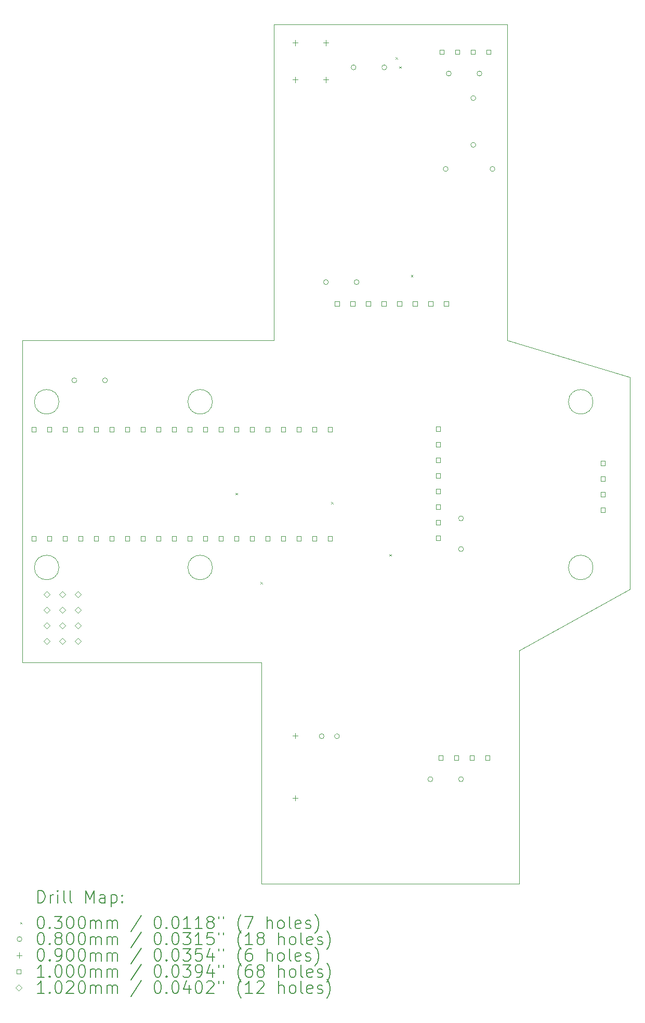
<source format=gbr>
%TF.GenerationSoftware,KiCad,Pcbnew,9.0.6*%
%TF.CreationDate,2025-12-23T20:17:27-05:00*%
%TF.ProjectId,TacoCopter_Flight_Controller,5461636f-436f-4707-9465-725f466c6967,rev?*%
%TF.SameCoordinates,Original*%
%TF.FileFunction,Drillmap*%
%TF.FilePolarity,Positive*%
%FSLAX45Y45*%
G04 Gerber Fmt 4.5, Leading zero omitted, Abs format (unit mm)*
G04 Created by KiCad (PCBNEW 9.0.6) date 2025-12-23 20:17:27*
%MOMM*%
%LPD*%
G01*
G04 APERTURE LIST*
%ADD10C,0.050000*%
%ADD11C,0.200000*%
%ADD12C,0.100000*%
%ADD13C,0.102000*%
G04 APERTURE END LIST*
D10*
X18900000Y-11700000D02*
X18900000Y-8250000D01*
X9600000Y-8650000D02*
G75*
G02*
X9200000Y-8650000I-200000J0D01*
G01*
X9200000Y-8650000D02*
G75*
G02*
X9600000Y-8650000I200000J0D01*
G01*
X9600000Y-11350000D02*
G75*
G02*
X9200000Y-11350000I-200000J0D01*
G01*
X9200000Y-11350000D02*
G75*
G02*
X9600000Y-11350000I200000J0D01*
G01*
X13100000Y-7650000D02*
X9000000Y-7650000D01*
X16900000Y-7650000D02*
X16900000Y-2500000D01*
X18300000Y-11350000D02*
G75*
G02*
X17900000Y-11350000I-200000J0D01*
G01*
X17900000Y-11350000D02*
G75*
G02*
X18300000Y-11350000I200000J0D01*
G01*
X9000000Y-7650000D02*
X9000000Y-12900000D01*
X18300000Y-8650000D02*
G75*
G02*
X17900000Y-8650000I-200000J0D01*
G01*
X17900000Y-8650000D02*
G75*
G02*
X18300000Y-8650000I200000J0D01*
G01*
X13100000Y-2500000D02*
X13100000Y-7650000D01*
X9000000Y-12900000D02*
X12900000Y-12900000D01*
X18900000Y-8250000D02*
X16900000Y-7650000D01*
X17100000Y-12700000D02*
X18900000Y-11700000D01*
X12900000Y-16500000D02*
X17100000Y-16500000D01*
X12100000Y-11350000D02*
G75*
G02*
X11700000Y-11350000I-200000J0D01*
G01*
X11700000Y-11350000D02*
G75*
G02*
X12100000Y-11350000I200000J0D01*
G01*
X17100000Y-16500000D02*
X17100000Y-12700000D01*
X12900000Y-12900000D02*
X12900000Y-16500000D01*
X12100000Y-8650000D02*
G75*
G02*
X11700000Y-8650000I-200000J0D01*
G01*
X11700000Y-8650000D02*
G75*
G02*
X12100000Y-8650000I200000J0D01*
G01*
X16900000Y-2500000D02*
X13100000Y-2500000D01*
D11*
D12*
X12477000Y-10135000D02*
X12507000Y-10165000D01*
X12507000Y-10135000D02*
X12477000Y-10165000D01*
X12885000Y-11585000D02*
X12915000Y-11615000D01*
X12915000Y-11585000D02*
X12885000Y-11615000D01*
X14035000Y-10285000D02*
X14065000Y-10315000D01*
X14065000Y-10285000D02*
X14035000Y-10315000D01*
X14985000Y-11135000D02*
X15015000Y-11165000D01*
X15015000Y-11135000D02*
X14985000Y-11165000D01*
X15085000Y-3035000D02*
X15115000Y-3065000D01*
X15115000Y-3035000D02*
X15085000Y-3065000D01*
X15145000Y-3185000D02*
X15175000Y-3215000D01*
X15175000Y-3185000D02*
X15145000Y-3215000D01*
X15335000Y-6585000D02*
X15365000Y-6615000D01*
X15365000Y-6585000D02*
X15335000Y-6615000D01*
X9890000Y-8300000D02*
G75*
G02*
X9810000Y-8300000I-40000J0D01*
G01*
X9810000Y-8300000D02*
G75*
G02*
X9890000Y-8300000I40000J0D01*
G01*
X10390000Y-8300000D02*
G75*
G02*
X10310000Y-8300000I-40000J0D01*
G01*
X10310000Y-8300000D02*
G75*
G02*
X10390000Y-8300000I40000J0D01*
G01*
X13919489Y-14100000D02*
G75*
G02*
X13839489Y-14100000I-40000J0D01*
G01*
X13839489Y-14100000D02*
G75*
G02*
X13919489Y-14100000I40000J0D01*
G01*
X13990000Y-6700000D02*
G75*
G02*
X13910000Y-6700000I-40000J0D01*
G01*
X13910000Y-6700000D02*
G75*
G02*
X13990000Y-6700000I40000J0D01*
G01*
X14169489Y-14100000D02*
G75*
G02*
X14089489Y-14100000I-40000J0D01*
G01*
X14089489Y-14100000D02*
G75*
G02*
X14169489Y-14100000I40000J0D01*
G01*
X14440000Y-3200000D02*
G75*
G02*
X14360000Y-3200000I-40000J0D01*
G01*
X14360000Y-3200000D02*
G75*
G02*
X14440000Y-3200000I40000J0D01*
G01*
X14490000Y-6700000D02*
G75*
G02*
X14410000Y-6700000I-40000J0D01*
G01*
X14410000Y-6700000D02*
G75*
G02*
X14490000Y-6700000I40000J0D01*
G01*
X14940000Y-3200000D02*
G75*
G02*
X14860000Y-3200000I-40000J0D01*
G01*
X14860000Y-3200000D02*
G75*
G02*
X14940000Y-3200000I40000J0D01*
G01*
X15690000Y-14800000D02*
G75*
G02*
X15610000Y-14800000I-40000J0D01*
G01*
X15610000Y-14800000D02*
G75*
G02*
X15690000Y-14800000I40000J0D01*
G01*
X15940000Y-4855000D02*
G75*
G02*
X15860000Y-4855000I-40000J0D01*
G01*
X15860000Y-4855000D02*
G75*
G02*
X15940000Y-4855000I40000J0D01*
G01*
X15990000Y-3300000D02*
G75*
G02*
X15910000Y-3300000I-40000J0D01*
G01*
X15910000Y-3300000D02*
G75*
G02*
X15990000Y-3300000I40000J0D01*
G01*
X16190000Y-10550000D02*
G75*
G02*
X16110000Y-10550000I-40000J0D01*
G01*
X16110000Y-10550000D02*
G75*
G02*
X16190000Y-10550000I40000J0D01*
G01*
X16190000Y-11050000D02*
G75*
G02*
X16110000Y-11050000I-40000J0D01*
G01*
X16110000Y-11050000D02*
G75*
G02*
X16190000Y-11050000I40000J0D01*
G01*
X16190000Y-14800000D02*
G75*
G02*
X16110000Y-14800000I-40000J0D01*
G01*
X16110000Y-14800000D02*
G75*
G02*
X16190000Y-14800000I40000J0D01*
G01*
X16390000Y-3700000D02*
G75*
G02*
X16310000Y-3700000I-40000J0D01*
G01*
X16310000Y-3700000D02*
G75*
G02*
X16390000Y-3700000I40000J0D01*
G01*
X16390000Y-4462000D02*
G75*
G02*
X16310000Y-4462000I-40000J0D01*
G01*
X16310000Y-4462000D02*
G75*
G02*
X16390000Y-4462000I40000J0D01*
G01*
X16490000Y-3300000D02*
G75*
G02*
X16410000Y-3300000I-40000J0D01*
G01*
X16410000Y-3300000D02*
G75*
G02*
X16490000Y-3300000I40000J0D01*
G01*
X16702000Y-4855000D02*
G75*
G02*
X16622000Y-4855000I-40000J0D01*
G01*
X16622000Y-4855000D02*
G75*
G02*
X16702000Y-4855000I40000J0D01*
G01*
X13450000Y-2755000D02*
X13450000Y-2845000D01*
X13405000Y-2800000D02*
X13495000Y-2800000D01*
X13450000Y-3355000D02*
X13450000Y-3445000D01*
X13405000Y-3400000D02*
X13495000Y-3400000D01*
X13450000Y-14047000D02*
X13450000Y-14137000D01*
X13405000Y-14092000D02*
X13495000Y-14092000D01*
X13450000Y-15063000D02*
X13450000Y-15153000D01*
X13405000Y-15108000D02*
X13495000Y-15108000D01*
X13950000Y-2755000D02*
X13950000Y-2845000D01*
X13905000Y-2800000D02*
X13995000Y-2800000D01*
X13950000Y-3355000D02*
X13950000Y-3445000D01*
X13905000Y-3400000D02*
X13995000Y-3400000D01*
X9225356Y-9135356D02*
X9225356Y-9064644D01*
X9154644Y-9064644D01*
X9154644Y-9135356D01*
X9225356Y-9135356D01*
X9225356Y-10913356D02*
X9225356Y-10842644D01*
X9154644Y-10842644D01*
X9154644Y-10913356D01*
X9225356Y-10913356D01*
X9479356Y-9135356D02*
X9479356Y-9064644D01*
X9408644Y-9064644D01*
X9408644Y-9135356D01*
X9479356Y-9135356D01*
X9479356Y-10913356D02*
X9479356Y-10842644D01*
X9408644Y-10842644D01*
X9408644Y-10913356D01*
X9479356Y-10913356D01*
X9733356Y-9135356D02*
X9733356Y-9064644D01*
X9662644Y-9064644D01*
X9662644Y-9135356D01*
X9733356Y-9135356D01*
X9733356Y-10913356D02*
X9733356Y-10842644D01*
X9662644Y-10842644D01*
X9662644Y-10913356D01*
X9733356Y-10913356D01*
X9987356Y-9135356D02*
X9987356Y-9064644D01*
X9916644Y-9064644D01*
X9916644Y-9135356D01*
X9987356Y-9135356D01*
X9987356Y-10913356D02*
X9987356Y-10842644D01*
X9916644Y-10842644D01*
X9916644Y-10913356D01*
X9987356Y-10913356D01*
X10241356Y-9135356D02*
X10241356Y-9064644D01*
X10170644Y-9064644D01*
X10170644Y-9135356D01*
X10241356Y-9135356D01*
X10241356Y-10913356D02*
X10241356Y-10842644D01*
X10170644Y-10842644D01*
X10170644Y-10913356D01*
X10241356Y-10913356D01*
X10495356Y-9135356D02*
X10495356Y-9064644D01*
X10424644Y-9064644D01*
X10424644Y-9135356D01*
X10495356Y-9135356D01*
X10495356Y-10913356D02*
X10495356Y-10842644D01*
X10424644Y-10842644D01*
X10424644Y-10913356D01*
X10495356Y-10913356D01*
X10749356Y-9135356D02*
X10749356Y-9064644D01*
X10678644Y-9064644D01*
X10678644Y-9135356D01*
X10749356Y-9135356D01*
X10749356Y-10913356D02*
X10749356Y-10842644D01*
X10678644Y-10842644D01*
X10678644Y-10913356D01*
X10749356Y-10913356D01*
X11003356Y-9135356D02*
X11003356Y-9064644D01*
X10932644Y-9064644D01*
X10932644Y-9135356D01*
X11003356Y-9135356D01*
X11003356Y-10913356D02*
X11003356Y-10842644D01*
X10932644Y-10842644D01*
X10932644Y-10913356D01*
X11003356Y-10913356D01*
X11257356Y-9135356D02*
X11257356Y-9064644D01*
X11186644Y-9064644D01*
X11186644Y-9135356D01*
X11257356Y-9135356D01*
X11257356Y-10913356D02*
X11257356Y-10842644D01*
X11186644Y-10842644D01*
X11186644Y-10913356D01*
X11257356Y-10913356D01*
X11511356Y-9135356D02*
X11511356Y-9064644D01*
X11440644Y-9064644D01*
X11440644Y-9135356D01*
X11511356Y-9135356D01*
X11511356Y-10913356D02*
X11511356Y-10842644D01*
X11440644Y-10842644D01*
X11440644Y-10913356D01*
X11511356Y-10913356D01*
X11765356Y-9135356D02*
X11765356Y-9064644D01*
X11694644Y-9064644D01*
X11694644Y-9135356D01*
X11765356Y-9135356D01*
X11765356Y-10913356D02*
X11765356Y-10842644D01*
X11694644Y-10842644D01*
X11694644Y-10913356D01*
X11765356Y-10913356D01*
X12019356Y-9135356D02*
X12019356Y-9064644D01*
X11948644Y-9064644D01*
X11948644Y-9135356D01*
X12019356Y-9135356D01*
X12019356Y-10913356D02*
X12019356Y-10842644D01*
X11948644Y-10842644D01*
X11948644Y-10913356D01*
X12019356Y-10913356D01*
X12273356Y-9135356D02*
X12273356Y-9064644D01*
X12202644Y-9064644D01*
X12202644Y-9135356D01*
X12273356Y-9135356D01*
X12273356Y-10913356D02*
X12273356Y-10842644D01*
X12202644Y-10842644D01*
X12202644Y-10913356D01*
X12273356Y-10913356D01*
X12527356Y-9135356D02*
X12527356Y-9064644D01*
X12456644Y-9064644D01*
X12456644Y-9135356D01*
X12527356Y-9135356D01*
X12527356Y-10913356D02*
X12527356Y-10842644D01*
X12456644Y-10842644D01*
X12456644Y-10913356D01*
X12527356Y-10913356D01*
X12781356Y-9135356D02*
X12781356Y-9064644D01*
X12710644Y-9064644D01*
X12710644Y-9135356D01*
X12781356Y-9135356D01*
X12781356Y-10913356D02*
X12781356Y-10842644D01*
X12710644Y-10842644D01*
X12710644Y-10913356D01*
X12781356Y-10913356D01*
X13035356Y-9135356D02*
X13035356Y-9064644D01*
X12964644Y-9064644D01*
X12964644Y-9135356D01*
X13035356Y-9135356D01*
X13035356Y-10913356D02*
X13035356Y-10842644D01*
X12964644Y-10842644D01*
X12964644Y-10913356D01*
X13035356Y-10913356D01*
X13289356Y-9135356D02*
X13289356Y-9064644D01*
X13218644Y-9064644D01*
X13218644Y-9135356D01*
X13289356Y-9135356D01*
X13289356Y-10913356D02*
X13289356Y-10842644D01*
X13218644Y-10842644D01*
X13218644Y-10913356D01*
X13289356Y-10913356D01*
X13543356Y-9135356D02*
X13543356Y-9064644D01*
X13472644Y-9064644D01*
X13472644Y-9135356D01*
X13543356Y-9135356D01*
X13543356Y-10913356D02*
X13543356Y-10842644D01*
X13472644Y-10842644D01*
X13472644Y-10913356D01*
X13543356Y-10913356D01*
X13797356Y-9135356D02*
X13797356Y-9064644D01*
X13726644Y-9064644D01*
X13726644Y-9135356D01*
X13797356Y-9135356D01*
X13797356Y-10913356D02*
X13797356Y-10842644D01*
X13726644Y-10842644D01*
X13726644Y-10913356D01*
X13797356Y-10913356D01*
X14051356Y-9135356D02*
X14051356Y-9064644D01*
X13980644Y-9064644D01*
X13980644Y-9135356D01*
X14051356Y-9135356D01*
X14051356Y-10913356D02*
X14051356Y-10842644D01*
X13980644Y-10842644D01*
X13980644Y-10913356D01*
X14051356Y-10913356D01*
X14165356Y-7085356D02*
X14165356Y-7014644D01*
X14094644Y-7014644D01*
X14094644Y-7085356D01*
X14165356Y-7085356D01*
X14419356Y-7085356D02*
X14419356Y-7014644D01*
X14348644Y-7014644D01*
X14348644Y-7085356D01*
X14419356Y-7085356D01*
X14673356Y-7085356D02*
X14673356Y-7014644D01*
X14602644Y-7014644D01*
X14602644Y-7085356D01*
X14673356Y-7085356D01*
X14927356Y-7085356D02*
X14927356Y-7014644D01*
X14856644Y-7014644D01*
X14856644Y-7085356D01*
X14927356Y-7085356D01*
X15181356Y-7085356D02*
X15181356Y-7014644D01*
X15110644Y-7014644D01*
X15110644Y-7085356D01*
X15181356Y-7085356D01*
X15435356Y-7085356D02*
X15435356Y-7014644D01*
X15364644Y-7014644D01*
X15364644Y-7085356D01*
X15435356Y-7085356D01*
X15689356Y-7085356D02*
X15689356Y-7014644D01*
X15618644Y-7014644D01*
X15618644Y-7085356D01*
X15689356Y-7085356D01*
X15811319Y-9127356D02*
X15811319Y-9056644D01*
X15740608Y-9056644D01*
X15740608Y-9127356D01*
X15811319Y-9127356D01*
X15811319Y-9381356D02*
X15811319Y-9310644D01*
X15740608Y-9310644D01*
X15740608Y-9381356D01*
X15811319Y-9381356D01*
X15811319Y-9635356D02*
X15811319Y-9564644D01*
X15740608Y-9564644D01*
X15740608Y-9635356D01*
X15811319Y-9635356D01*
X15811319Y-9889356D02*
X15811319Y-9818644D01*
X15740608Y-9818644D01*
X15740608Y-9889356D01*
X15811319Y-9889356D01*
X15811319Y-10143356D02*
X15811319Y-10072644D01*
X15740608Y-10072644D01*
X15740608Y-10143356D01*
X15811319Y-10143356D01*
X15811319Y-10397356D02*
X15811319Y-10326644D01*
X15740608Y-10326644D01*
X15740608Y-10397356D01*
X15811319Y-10397356D01*
X15811319Y-10651356D02*
X15811319Y-10580644D01*
X15740608Y-10580644D01*
X15740608Y-10651356D01*
X15811319Y-10651356D01*
X15811319Y-10905356D02*
X15811319Y-10834644D01*
X15740608Y-10834644D01*
X15740608Y-10905356D01*
X15811319Y-10905356D01*
X15854356Y-14485356D02*
X15854356Y-14414644D01*
X15783644Y-14414644D01*
X15783644Y-14485356D01*
X15854356Y-14485356D01*
X15873356Y-2985356D02*
X15873356Y-2914644D01*
X15802644Y-2914644D01*
X15802644Y-2985356D01*
X15873356Y-2985356D01*
X15943356Y-7085356D02*
X15943356Y-7014644D01*
X15872644Y-7014644D01*
X15872644Y-7085356D01*
X15943356Y-7085356D01*
X16108356Y-14485356D02*
X16108356Y-14414644D01*
X16037644Y-14414644D01*
X16037644Y-14485356D01*
X16108356Y-14485356D01*
X16127356Y-2985356D02*
X16127356Y-2914644D01*
X16056644Y-2914644D01*
X16056644Y-2985356D01*
X16127356Y-2985356D01*
X16362356Y-14485356D02*
X16362356Y-14414644D01*
X16291644Y-14414644D01*
X16291644Y-14485356D01*
X16362356Y-14485356D01*
X16381356Y-2985356D02*
X16381356Y-2914644D01*
X16310644Y-2914644D01*
X16310644Y-2985356D01*
X16381356Y-2985356D01*
X16616356Y-14485356D02*
X16616356Y-14414644D01*
X16545644Y-14414644D01*
X16545644Y-14485356D01*
X16616356Y-14485356D01*
X16635356Y-2985356D02*
X16635356Y-2914644D01*
X16564644Y-2914644D01*
X16564644Y-2985356D01*
X16635356Y-2985356D01*
X18496856Y-9685356D02*
X18496856Y-9614644D01*
X18426144Y-9614644D01*
X18426144Y-9685356D01*
X18496856Y-9685356D01*
X18496856Y-9939356D02*
X18496856Y-9868644D01*
X18426144Y-9868644D01*
X18426144Y-9939356D01*
X18496856Y-9939356D01*
X18496856Y-10193356D02*
X18496856Y-10122644D01*
X18426144Y-10122644D01*
X18426144Y-10193356D01*
X18496856Y-10193356D01*
X18496856Y-10447356D02*
X18496856Y-10376644D01*
X18426144Y-10376644D01*
X18426144Y-10447356D01*
X18496856Y-10447356D01*
D13*
X9400000Y-11843000D02*
X9451000Y-11792000D01*
X9400000Y-11741000D01*
X9349000Y-11792000D01*
X9400000Y-11843000D01*
X9400000Y-12097000D02*
X9451000Y-12046000D01*
X9400000Y-11995000D01*
X9349000Y-12046000D01*
X9400000Y-12097000D01*
X9400000Y-12351000D02*
X9451000Y-12300000D01*
X9400000Y-12249000D01*
X9349000Y-12300000D01*
X9400000Y-12351000D01*
X9400000Y-12605000D02*
X9451000Y-12554000D01*
X9400000Y-12503000D01*
X9349000Y-12554000D01*
X9400000Y-12605000D01*
X9654000Y-11843000D02*
X9705000Y-11792000D01*
X9654000Y-11741000D01*
X9603000Y-11792000D01*
X9654000Y-11843000D01*
X9654000Y-12097000D02*
X9705000Y-12046000D01*
X9654000Y-11995000D01*
X9603000Y-12046000D01*
X9654000Y-12097000D01*
X9654000Y-12351000D02*
X9705000Y-12300000D01*
X9654000Y-12249000D01*
X9603000Y-12300000D01*
X9654000Y-12351000D01*
X9654000Y-12605000D02*
X9705000Y-12554000D01*
X9654000Y-12503000D01*
X9603000Y-12554000D01*
X9654000Y-12605000D01*
X9908000Y-11843000D02*
X9959000Y-11792000D01*
X9908000Y-11741000D01*
X9857000Y-11792000D01*
X9908000Y-11843000D01*
X9908000Y-12097000D02*
X9959000Y-12046000D01*
X9908000Y-11995000D01*
X9857000Y-12046000D01*
X9908000Y-12097000D01*
X9908000Y-12351000D02*
X9959000Y-12300000D01*
X9908000Y-12249000D01*
X9857000Y-12300000D01*
X9908000Y-12351000D01*
X9908000Y-12605000D02*
X9959000Y-12554000D01*
X9908000Y-12503000D01*
X9857000Y-12554000D01*
X9908000Y-12605000D01*
D11*
X9258277Y-16813984D02*
X9258277Y-16613984D01*
X9258277Y-16613984D02*
X9305896Y-16613984D01*
X9305896Y-16613984D02*
X9334467Y-16623508D01*
X9334467Y-16623508D02*
X9353515Y-16642555D01*
X9353515Y-16642555D02*
X9363039Y-16661603D01*
X9363039Y-16661603D02*
X9372563Y-16699698D01*
X9372563Y-16699698D02*
X9372563Y-16728269D01*
X9372563Y-16728269D02*
X9363039Y-16766365D01*
X9363039Y-16766365D02*
X9353515Y-16785412D01*
X9353515Y-16785412D02*
X9334467Y-16804460D01*
X9334467Y-16804460D02*
X9305896Y-16813984D01*
X9305896Y-16813984D02*
X9258277Y-16813984D01*
X9458277Y-16813984D02*
X9458277Y-16680650D01*
X9458277Y-16718746D02*
X9467801Y-16699698D01*
X9467801Y-16699698D02*
X9477324Y-16690174D01*
X9477324Y-16690174D02*
X9496372Y-16680650D01*
X9496372Y-16680650D02*
X9515420Y-16680650D01*
X9582086Y-16813984D02*
X9582086Y-16680650D01*
X9582086Y-16613984D02*
X9572563Y-16623508D01*
X9572563Y-16623508D02*
X9582086Y-16633031D01*
X9582086Y-16633031D02*
X9591610Y-16623508D01*
X9591610Y-16623508D02*
X9582086Y-16613984D01*
X9582086Y-16613984D02*
X9582086Y-16633031D01*
X9705896Y-16813984D02*
X9686848Y-16804460D01*
X9686848Y-16804460D02*
X9677324Y-16785412D01*
X9677324Y-16785412D02*
X9677324Y-16613984D01*
X9810658Y-16813984D02*
X9791610Y-16804460D01*
X9791610Y-16804460D02*
X9782086Y-16785412D01*
X9782086Y-16785412D02*
X9782086Y-16613984D01*
X10039229Y-16813984D02*
X10039229Y-16613984D01*
X10039229Y-16613984D02*
X10105896Y-16756841D01*
X10105896Y-16756841D02*
X10172563Y-16613984D01*
X10172563Y-16613984D02*
X10172563Y-16813984D01*
X10353515Y-16813984D02*
X10353515Y-16709222D01*
X10353515Y-16709222D02*
X10343991Y-16690174D01*
X10343991Y-16690174D02*
X10324944Y-16680650D01*
X10324944Y-16680650D02*
X10286848Y-16680650D01*
X10286848Y-16680650D02*
X10267801Y-16690174D01*
X10353515Y-16804460D02*
X10334467Y-16813984D01*
X10334467Y-16813984D02*
X10286848Y-16813984D01*
X10286848Y-16813984D02*
X10267801Y-16804460D01*
X10267801Y-16804460D02*
X10258277Y-16785412D01*
X10258277Y-16785412D02*
X10258277Y-16766365D01*
X10258277Y-16766365D02*
X10267801Y-16747317D01*
X10267801Y-16747317D02*
X10286848Y-16737793D01*
X10286848Y-16737793D02*
X10334467Y-16737793D01*
X10334467Y-16737793D02*
X10353515Y-16728269D01*
X10448753Y-16680650D02*
X10448753Y-16880650D01*
X10448753Y-16690174D02*
X10467801Y-16680650D01*
X10467801Y-16680650D02*
X10505896Y-16680650D01*
X10505896Y-16680650D02*
X10524944Y-16690174D01*
X10524944Y-16690174D02*
X10534467Y-16699698D01*
X10534467Y-16699698D02*
X10543991Y-16718746D01*
X10543991Y-16718746D02*
X10543991Y-16775888D01*
X10543991Y-16775888D02*
X10534467Y-16794936D01*
X10534467Y-16794936D02*
X10524944Y-16804460D01*
X10524944Y-16804460D02*
X10505896Y-16813984D01*
X10505896Y-16813984D02*
X10467801Y-16813984D01*
X10467801Y-16813984D02*
X10448753Y-16804460D01*
X10629705Y-16794936D02*
X10639229Y-16804460D01*
X10639229Y-16804460D02*
X10629705Y-16813984D01*
X10629705Y-16813984D02*
X10620182Y-16804460D01*
X10620182Y-16804460D02*
X10629705Y-16794936D01*
X10629705Y-16794936D02*
X10629705Y-16813984D01*
X10629705Y-16690174D02*
X10639229Y-16699698D01*
X10639229Y-16699698D02*
X10629705Y-16709222D01*
X10629705Y-16709222D02*
X10620182Y-16699698D01*
X10620182Y-16699698D02*
X10629705Y-16690174D01*
X10629705Y-16690174D02*
X10629705Y-16709222D01*
D12*
X8967500Y-17127500D02*
X8997500Y-17157500D01*
X8997500Y-17127500D02*
X8967500Y-17157500D01*
D11*
X9296372Y-17033984D02*
X9315420Y-17033984D01*
X9315420Y-17033984D02*
X9334467Y-17043508D01*
X9334467Y-17043508D02*
X9343991Y-17053031D01*
X9343991Y-17053031D02*
X9353515Y-17072079D01*
X9353515Y-17072079D02*
X9363039Y-17110174D01*
X9363039Y-17110174D02*
X9363039Y-17157793D01*
X9363039Y-17157793D02*
X9353515Y-17195889D01*
X9353515Y-17195889D02*
X9343991Y-17214936D01*
X9343991Y-17214936D02*
X9334467Y-17224460D01*
X9334467Y-17224460D02*
X9315420Y-17233984D01*
X9315420Y-17233984D02*
X9296372Y-17233984D01*
X9296372Y-17233984D02*
X9277324Y-17224460D01*
X9277324Y-17224460D02*
X9267801Y-17214936D01*
X9267801Y-17214936D02*
X9258277Y-17195889D01*
X9258277Y-17195889D02*
X9248753Y-17157793D01*
X9248753Y-17157793D02*
X9248753Y-17110174D01*
X9248753Y-17110174D02*
X9258277Y-17072079D01*
X9258277Y-17072079D02*
X9267801Y-17053031D01*
X9267801Y-17053031D02*
X9277324Y-17043508D01*
X9277324Y-17043508D02*
X9296372Y-17033984D01*
X9448753Y-17214936D02*
X9458277Y-17224460D01*
X9458277Y-17224460D02*
X9448753Y-17233984D01*
X9448753Y-17233984D02*
X9439229Y-17224460D01*
X9439229Y-17224460D02*
X9448753Y-17214936D01*
X9448753Y-17214936D02*
X9448753Y-17233984D01*
X9524944Y-17033984D02*
X9648753Y-17033984D01*
X9648753Y-17033984D02*
X9582086Y-17110174D01*
X9582086Y-17110174D02*
X9610658Y-17110174D01*
X9610658Y-17110174D02*
X9629705Y-17119698D01*
X9629705Y-17119698D02*
X9639229Y-17129222D01*
X9639229Y-17129222D02*
X9648753Y-17148270D01*
X9648753Y-17148270D02*
X9648753Y-17195889D01*
X9648753Y-17195889D02*
X9639229Y-17214936D01*
X9639229Y-17214936D02*
X9629705Y-17224460D01*
X9629705Y-17224460D02*
X9610658Y-17233984D01*
X9610658Y-17233984D02*
X9553515Y-17233984D01*
X9553515Y-17233984D02*
X9534467Y-17224460D01*
X9534467Y-17224460D02*
X9524944Y-17214936D01*
X9772563Y-17033984D02*
X9791610Y-17033984D01*
X9791610Y-17033984D02*
X9810658Y-17043508D01*
X9810658Y-17043508D02*
X9820182Y-17053031D01*
X9820182Y-17053031D02*
X9829705Y-17072079D01*
X9829705Y-17072079D02*
X9839229Y-17110174D01*
X9839229Y-17110174D02*
X9839229Y-17157793D01*
X9839229Y-17157793D02*
X9829705Y-17195889D01*
X9829705Y-17195889D02*
X9820182Y-17214936D01*
X9820182Y-17214936D02*
X9810658Y-17224460D01*
X9810658Y-17224460D02*
X9791610Y-17233984D01*
X9791610Y-17233984D02*
X9772563Y-17233984D01*
X9772563Y-17233984D02*
X9753515Y-17224460D01*
X9753515Y-17224460D02*
X9743991Y-17214936D01*
X9743991Y-17214936D02*
X9734467Y-17195889D01*
X9734467Y-17195889D02*
X9724944Y-17157793D01*
X9724944Y-17157793D02*
X9724944Y-17110174D01*
X9724944Y-17110174D02*
X9734467Y-17072079D01*
X9734467Y-17072079D02*
X9743991Y-17053031D01*
X9743991Y-17053031D02*
X9753515Y-17043508D01*
X9753515Y-17043508D02*
X9772563Y-17033984D01*
X9963039Y-17033984D02*
X9982086Y-17033984D01*
X9982086Y-17033984D02*
X10001134Y-17043508D01*
X10001134Y-17043508D02*
X10010658Y-17053031D01*
X10010658Y-17053031D02*
X10020182Y-17072079D01*
X10020182Y-17072079D02*
X10029705Y-17110174D01*
X10029705Y-17110174D02*
X10029705Y-17157793D01*
X10029705Y-17157793D02*
X10020182Y-17195889D01*
X10020182Y-17195889D02*
X10010658Y-17214936D01*
X10010658Y-17214936D02*
X10001134Y-17224460D01*
X10001134Y-17224460D02*
X9982086Y-17233984D01*
X9982086Y-17233984D02*
X9963039Y-17233984D01*
X9963039Y-17233984D02*
X9943991Y-17224460D01*
X9943991Y-17224460D02*
X9934467Y-17214936D01*
X9934467Y-17214936D02*
X9924944Y-17195889D01*
X9924944Y-17195889D02*
X9915420Y-17157793D01*
X9915420Y-17157793D02*
X9915420Y-17110174D01*
X9915420Y-17110174D02*
X9924944Y-17072079D01*
X9924944Y-17072079D02*
X9934467Y-17053031D01*
X9934467Y-17053031D02*
X9943991Y-17043508D01*
X9943991Y-17043508D02*
X9963039Y-17033984D01*
X10115420Y-17233984D02*
X10115420Y-17100650D01*
X10115420Y-17119698D02*
X10124944Y-17110174D01*
X10124944Y-17110174D02*
X10143991Y-17100650D01*
X10143991Y-17100650D02*
X10172563Y-17100650D01*
X10172563Y-17100650D02*
X10191610Y-17110174D01*
X10191610Y-17110174D02*
X10201134Y-17129222D01*
X10201134Y-17129222D02*
X10201134Y-17233984D01*
X10201134Y-17129222D02*
X10210658Y-17110174D01*
X10210658Y-17110174D02*
X10229705Y-17100650D01*
X10229705Y-17100650D02*
X10258277Y-17100650D01*
X10258277Y-17100650D02*
X10277325Y-17110174D01*
X10277325Y-17110174D02*
X10286848Y-17129222D01*
X10286848Y-17129222D02*
X10286848Y-17233984D01*
X10382086Y-17233984D02*
X10382086Y-17100650D01*
X10382086Y-17119698D02*
X10391610Y-17110174D01*
X10391610Y-17110174D02*
X10410658Y-17100650D01*
X10410658Y-17100650D02*
X10439229Y-17100650D01*
X10439229Y-17100650D02*
X10458277Y-17110174D01*
X10458277Y-17110174D02*
X10467801Y-17129222D01*
X10467801Y-17129222D02*
X10467801Y-17233984D01*
X10467801Y-17129222D02*
X10477325Y-17110174D01*
X10477325Y-17110174D02*
X10496372Y-17100650D01*
X10496372Y-17100650D02*
X10524944Y-17100650D01*
X10524944Y-17100650D02*
X10543991Y-17110174D01*
X10543991Y-17110174D02*
X10553515Y-17129222D01*
X10553515Y-17129222D02*
X10553515Y-17233984D01*
X10943991Y-17024460D02*
X10772563Y-17281603D01*
X11201134Y-17033984D02*
X11220182Y-17033984D01*
X11220182Y-17033984D02*
X11239229Y-17043508D01*
X11239229Y-17043508D02*
X11248753Y-17053031D01*
X11248753Y-17053031D02*
X11258277Y-17072079D01*
X11258277Y-17072079D02*
X11267801Y-17110174D01*
X11267801Y-17110174D02*
X11267801Y-17157793D01*
X11267801Y-17157793D02*
X11258277Y-17195889D01*
X11258277Y-17195889D02*
X11248753Y-17214936D01*
X11248753Y-17214936D02*
X11239229Y-17224460D01*
X11239229Y-17224460D02*
X11220182Y-17233984D01*
X11220182Y-17233984D02*
X11201134Y-17233984D01*
X11201134Y-17233984D02*
X11182087Y-17224460D01*
X11182087Y-17224460D02*
X11172563Y-17214936D01*
X11172563Y-17214936D02*
X11163039Y-17195889D01*
X11163039Y-17195889D02*
X11153515Y-17157793D01*
X11153515Y-17157793D02*
X11153515Y-17110174D01*
X11153515Y-17110174D02*
X11163039Y-17072079D01*
X11163039Y-17072079D02*
X11172563Y-17053031D01*
X11172563Y-17053031D02*
X11182087Y-17043508D01*
X11182087Y-17043508D02*
X11201134Y-17033984D01*
X11353515Y-17214936D02*
X11363039Y-17224460D01*
X11363039Y-17224460D02*
X11353515Y-17233984D01*
X11353515Y-17233984D02*
X11343991Y-17224460D01*
X11343991Y-17224460D02*
X11353515Y-17214936D01*
X11353515Y-17214936D02*
X11353515Y-17233984D01*
X11486848Y-17033984D02*
X11505896Y-17033984D01*
X11505896Y-17033984D02*
X11524944Y-17043508D01*
X11524944Y-17043508D02*
X11534467Y-17053031D01*
X11534467Y-17053031D02*
X11543991Y-17072079D01*
X11543991Y-17072079D02*
X11553515Y-17110174D01*
X11553515Y-17110174D02*
X11553515Y-17157793D01*
X11553515Y-17157793D02*
X11543991Y-17195889D01*
X11543991Y-17195889D02*
X11534467Y-17214936D01*
X11534467Y-17214936D02*
X11524944Y-17224460D01*
X11524944Y-17224460D02*
X11505896Y-17233984D01*
X11505896Y-17233984D02*
X11486848Y-17233984D01*
X11486848Y-17233984D02*
X11467801Y-17224460D01*
X11467801Y-17224460D02*
X11458277Y-17214936D01*
X11458277Y-17214936D02*
X11448753Y-17195889D01*
X11448753Y-17195889D02*
X11439229Y-17157793D01*
X11439229Y-17157793D02*
X11439229Y-17110174D01*
X11439229Y-17110174D02*
X11448753Y-17072079D01*
X11448753Y-17072079D02*
X11458277Y-17053031D01*
X11458277Y-17053031D02*
X11467801Y-17043508D01*
X11467801Y-17043508D02*
X11486848Y-17033984D01*
X11743991Y-17233984D02*
X11629706Y-17233984D01*
X11686848Y-17233984D02*
X11686848Y-17033984D01*
X11686848Y-17033984D02*
X11667801Y-17062555D01*
X11667801Y-17062555D02*
X11648753Y-17081603D01*
X11648753Y-17081603D02*
X11629706Y-17091127D01*
X11934467Y-17233984D02*
X11820182Y-17233984D01*
X11877325Y-17233984D02*
X11877325Y-17033984D01*
X11877325Y-17033984D02*
X11858277Y-17062555D01*
X11858277Y-17062555D02*
X11839229Y-17081603D01*
X11839229Y-17081603D02*
X11820182Y-17091127D01*
X12048753Y-17119698D02*
X12029706Y-17110174D01*
X12029706Y-17110174D02*
X12020182Y-17100650D01*
X12020182Y-17100650D02*
X12010658Y-17081603D01*
X12010658Y-17081603D02*
X12010658Y-17072079D01*
X12010658Y-17072079D02*
X12020182Y-17053031D01*
X12020182Y-17053031D02*
X12029706Y-17043508D01*
X12029706Y-17043508D02*
X12048753Y-17033984D01*
X12048753Y-17033984D02*
X12086848Y-17033984D01*
X12086848Y-17033984D02*
X12105896Y-17043508D01*
X12105896Y-17043508D02*
X12115420Y-17053031D01*
X12115420Y-17053031D02*
X12124944Y-17072079D01*
X12124944Y-17072079D02*
X12124944Y-17081603D01*
X12124944Y-17081603D02*
X12115420Y-17100650D01*
X12115420Y-17100650D02*
X12105896Y-17110174D01*
X12105896Y-17110174D02*
X12086848Y-17119698D01*
X12086848Y-17119698D02*
X12048753Y-17119698D01*
X12048753Y-17119698D02*
X12029706Y-17129222D01*
X12029706Y-17129222D02*
X12020182Y-17138746D01*
X12020182Y-17138746D02*
X12010658Y-17157793D01*
X12010658Y-17157793D02*
X12010658Y-17195889D01*
X12010658Y-17195889D02*
X12020182Y-17214936D01*
X12020182Y-17214936D02*
X12029706Y-17224460D01*
X12029706Y-17224460D02*
X12048753Y-17233984D01*
X12048753Y-17233984D02*
X12086848Y-17233984D01*
X12086848Y-17233984D02*
X12105896Y-17224460D01*
X12105896Y-17224460D02*
X12115420Y-17214936D01*
X12115420Y-17214936D02*
X12124944Y-17195889D01*
X12124944Y-17195889D02*
X12124944Y-17157793D01*
X12124944Y-17157793D02*
X12115420Y-17138746D01*
X12115420Y-17138746D02*
X12105896Y-17129222D01*
X12105896Y-17129222D02*
X12086848Y-17119698D01*
X12201134Y-17033984D02*
X12201134Y-17072079D01*
X12277325Y-17033984D02*
X12277325Y-17072079D01*
X12572563Y-17310174D02*
X12563039Y-17300650D01*
X12563039Y-17300650D02*
X12543991Y-17272079D01*
X12543991Y-17272079D02*
X12534468Y-17253031D01*
X12534468Y-17253031D02*
X12524944Y-17224460D01*
X12524944Y-17224460D02*
X12515420Y-17176841D01*
X12515420Y-17176841D02*
X12515420Y-17138746D01*
X12515420Y-17138746D02*
X12524944Y-17091127D01*
X12524944Y-17091127D02*
X12534468Y-17062555D01*
X12534468Y-17062555D02*
X12543991Y-17043508D01*
X12543991Y-17043508D02*
X12563039Y-17014936D01*
X12563039Y-17014936D02*
X12572563Y-17005412D01*
X12629706Y-17033984D02*
X12763039Y-17033984D01*
X12763039Y-17033984D02*
X12677325Y-17233984D01*
X12991610Y-17233984D02*
X12991610Y-17033984D01*
X13077325Y-17233984D02*
X13077325Y-17129222D01*
X13077325Y-17129222D02*
X13067801Y-17110174D01*
X13067801Y-17110174D02*
X13048753Y-17100650D01*
X13048753Y-17100650D02*
X13020182Y-17100650D01*
X13020182Y-17100650D02*
X13001134Y-17110174D01*
X13001134Y-17110174D02*
X12991610Y-17119698D01*
X13201134Y-17233984D02*
X13182087Y-17224460D01*
X13182087Y-17224460D02*
X13172563Y-17214936D01*
X13172563Y-17214936D02*
X13163039Y-17195889D01*
X13163039Y-17195889D02*
X13163039Y-17138746D01*
X13163039Y-17138746D02*
X13172563Y-17119698D01*
X13172563Y-17119698D02*
X13182087Y-17110174D01*
X13182087Y-17110174D02*
X13201134Y-17100650D01*
X13201134Y-17100650D02*
X13229706Y-17100650D01*
X13229706Y-17100650D02*
X13248753Y-17110174D01*
X13248753Y-17110174D02*
X13258277Y-17119698D01*
X13258277Y-17119698D02*
X13267801Y-17138746D01*
X13267801Y-17138746D02*
X13267801Y-17195889D01*
X13267801Y-17195889D02*
X13258277Y-17214936D01*
X13258277Y-17214936D02*
X13248753Y-17224460D01*
X13248753Y-17224460D02*
X13229706Y-17233984D01*
X13229706Y-17233984D02*
X13201134Y-17233984D01*
X13382087Y-17233984D02*
X13363039Y-17224460D01*
X13363039Y-17224460D02*
X13353515Y-17205412D01*
X13353515Y-17205412D02*
X13353515Y-17033984D01*
X13534468Y-17224460D02*
X13515420Y-17233984D01*
X13515420Y-17233984D02*
X13477325Y-17233984D01*
X13477325Y-17233984D02*
X13458277Y-17224460D01*
X13458277Y-17224460D02*
X13448753Y-17205412D01*
X13448753Y-17205412D02*
X13448753Y-17129222D01*
X13448753Y-17129222D02*
X13458277Y-17110174D01*
X13458277Y-17110174D02*
X13477325Y-17100650D01*
X13477325Y-17100650D02*
X13515420Y-17100650D01*
X13515420Y-17100650D02*
X13534468Y-17110174D01*
X13534468Y-17110174D02*
X13543991Y-17129222D01*
X13543991Y-17129222D02*
X13543991Y-17148270D01*
X13543991Y-17148270D02*
X13448753Y-17167317D01*
X13620182Y-17224460D02*
X13639230Y-17233984D01*
X13639230Y-17233984D02*
X13677325Y-17233984D01*
X13677325Y-17233984D02*
X13696372Y-17224460D01*
X13696372Y-17224460D02*
X13705896Y-17205412D01*
X13705896Y-17205412D02*
X13705896Y-17195889D01*
X13705896Y-17195889D02*
X13696372Y-17176841D01*
X13696372Y-17176841D02*
X13677325Y-17167317D01*
X13677325Y-17167317D02*
X13648753Y-17167317D01*
X13648753Y-17167317D02*
X13629706Y-17157793D01*
X13629706Y-17157793D02*
X13620182Y-17138746D01*
X13620182Y-17138746D02*
X13620182Y-17129222D01*
X13620182Y-17129222D02*
X13629706Y-17110174D01*
X13629706Y-17110174D02*
X13648753Y-17100650D01*
X13648753Y-17100650D02*
X13677325Y-17100650D01*
X13677325Y-17100650D02*
X13696372Y-17110174D01*
X13772563Y-17310174D02*
X13782087Y-17300650D01*
X13782087Y-17300650D02*
X13801134Y-17272079D01*
X13801134Y-17272079D02*
X13810658Y-17253031D01*
X13810658Y-17253031D02*
X13820182Y-17224460D01*
X13820182Y-17224460D02*
X13829706Y-17176841D01*
X13829706Y-17176841D02*
X13829706Y-17138746D01*
X13829706Y-17138746D02*
X13820182Y-17091127D01*
X13820182Y-17091127D02*
X13810658Y-17062555D01*
X13810658Y-17062555D02*
X13801134Y-17043508D01*
X13801134Y-17043508D02*
X13782087Y-17014936D01*
X13782087Y-17014936D02*
X13772563Y-17005412D01*
D12*
X8997500Y-17406500D02*
G75*
G02*
X8917500Y-17406500I-40000J0D01*
G01*
X8917500Y-17406500D02*
G75*
G02*
X8997500Y-17406500I40000J0D01*
G01*
D11*
X9296372Y-17297984D02*
X9315420Y-17297984D01*
X9315420Y-17297984D02*
X9334467Y-17307508D01*
X9334467Y-17307508D02*
X9343991Y-17317031D01*
X9343991Y-17317031D02*
X9353515Y-17336079D01*
X9353515Y-17336079D02*
X9363039Y-17374174D01*
X9363039Y-17374174D02*
X9363039Y-17421793D01*
X9363039Y-17421793D02*
X9353515Y-17459889D01*
X9353515Y-17459889D02*
X9343991Y-17478936D01*
X9343991Y-17478936D02*
X9334467Y-17488460D01*
X9334467Y-17488460D02*
X9315420Y-17497984D01*
X9315420Y-17497984D02*
X9296372Y-17497984D01*
X9296372Y-17497984D02*
X9277324Y-17488460D01*
X9277324Y-17488460D02*
X9267801Y-17478936D01*
X9267801Y-17478936D02*
X9258277Y-17459889D01*
X9258277Y-17459889D02*
X9248753Y-17421793D01*
X9248753Y-17421793D02*
X9248753Y-17374174D01*
X9248753Y-17374174D02*
X9258277Y-17336079D01*
X9258277Y-17336079D02*
X9267801Y-17317031D01*
X9267801Y-17317031D02*
X9277324Y-17307508D01*
X9277324Y-17307508D02*
X9296372Y-17297984D01*
X9448753Y-17478936D02*
X9458277Y-17488460D01*
X9458277Y-17488460D02*
X9448753Y-17497984D01*
X9448753Y-17497984D02*
X9439229Y-17488460D01*
X9439229Y-17488460D02*
X9448753Y-17478936D01*
X9448753Y-17478936D02*
X9448753Y-17497984D01*
X9572563Y-17383698D02*
X9553515Y-17374174D01*
X9553515Y-17374174D02*
X9543991Y-17364650D01*
X9543991Y-17364650D02*
X9534467Y-17345603D01*
X9534467Y-17345603D02*
X9534467Y-17336079D01*
X9534467Y-17336079D02*
X9543991Y-17317031D01*
X9543991Y-17317031D02*
X9553515Y-17307508D01*
X9553515Y-17307508D02*
X9572563Y-17297984D01*
X9572563Y-17297984D02*
X9610658Y-17297984D01*
X9610658Y-17297984D02*
X9629705Y-17307508D01*
X9629705Y-17307508D02*
X9639229Y-17317031D01*
X9639229Y-17317031D02*
X9648753Y-17336079D01*
X9648753Y-17336079D02*
X9648753Y-17345603D01*
X9648753Y-17345603D02*
X9639229Y-17364650D01*
X9639229Y-17364650D02*
X9629705Y-17374174D01*
X9629705Y-17374174D02*
X9610658Y-17383698D01*
X9610658Y-17383698D02*
X9572563Y-17383698D01*
X9572563Y-17383698D02*
X9553515Y-17393222D01*
X9553515Y-17393222D02*
X9543991Y-17402746D01*
X9543991Y-17402746D02*
X9534467Y-17421793D01*
X9534467Y-17421793D02*
X9534467Y-17459889D01*
X9534467Y-17459889D02*
X9543991Y-17478936D01*
X9543991Y-17478936D02*
X9553515Y-17488460D01*
X9553515Y-17488460D02*
X9572563Y-17497984D01*
X9572563Y-17497984D02*
X9610658Y-17497984D01*
X9610658Y-17497984D02*
X9629705Y-17488460D01*
X9629705Y-17488460D02*
X9639229Y-17478936D01*
X9639229Y-17478936D02*
X9648753Y-17459889D01*
X9648753Y-17459889D02*
X9648753Y-17421793D01*
X9648753Y-17421793D02*
X9639229Y-17402746D01*
X9639229Y-17402746D02*
X9629705Y-17393222D01*
X9629705Y-17393222D02*
X9610658Y-17383698D01*
X9772563Y-17297984D02*
X9791610Y-17297984D01*
X9791610Y-17297984D02*
X9810658Y-17307508D01*
X9810658Y-17307508D02*
X9820182Y-17317031D01*
X9820182Y-17317031D02*
X9829705Y-17336079D01*
X9829705Y-17336079D02*
X9839229Y-17374174D01*
X9839229Y-17374174D02*
X9839229Y-17421793D01*
X9839229Y-17421793D02*
X9829705Y-17459889D01*
X9829705Y-17459889D02*
X9820182Y-17478936D01*
X9820182Y-17478936D02*
X9810658Y-17488460D01*
X9810658Y-17488460D02*
X9791610Y-17497984D01*
X9791610Y-17497984D02*
X9772563Y-17497984D01*
X9772563Y-17497984D02*
X9753515Y-17488460D01*
X9753515Y-17488460D02*
X9743991Y-17478936D01*
X9743991Y-17478936D02*
X9734467Y-17459889D01*
X9734467Y-17459889D02*
X9724944Y-17421793D01*
X9724944Y-17421793D02*
X9724944Y-17374174D01*
X9724944Y-17374174D02*
X9734467Y-17336079D01*
X9734467Y-17336079D02*
X9743991Y-17317031D01*
X9743991Y-17317031D02*
X9753515Y-17307508D01*
X9753515Y-17307508D02*
X9772563Y-17297984D01*
X9963039Y-17297984D02*
X9982086Y-17297984D01*
X9982086Y-17297984D02*
X10001134Y-17307508D01*
X10001134Y-17307508D02*
X10010658Y-17317031D01*
X10010658Y-17317031D02*
X10020182Y-17336079D01*
X10020182Y-17336079D02*
X10029705Y-17374174D01*
X10029705Y-17374174D02*
X10029705Y-17421793D01*
X10029705Y-17421793D02*
X10020182Y-17459889D01*
X10020182Y-17459889D02*
X10010658Y-17478936D01*
X10010658Y-17478936D02*
X10001134Y-17488460D01*
X10001134Y-17488460D02*
X9982086Y-17497984D01*
X9982086Y-17497984D02*
X9963039Y-17497984D01*
X9963039Y-17497984D02*
X9943991Y-17488460D01*
X9943991Y-17488460D02*
X9934467Y-17478936D01*
X9934467Y-17478936D02*
X9924944Y-17459889D01*
X9924944Y-17459889D02*
X9915420Y-17421793D01*
X9915420Y-17421793D02*
X9915420Y-17374174D01*
X9915420Y-17374174D02*
X9924944Y-17336079D01*
X9924944Y-17336079D02*
X9934467Y-17317031D01*
X9934467Y-17317031D02*
X9943991Y-17307508D01*
X9943991Y-17307508D02*
X9963039Y-17297984D01*
X10115420Y-17497984D02*
X10115420Y-17364650D01*
X10115420Y-17383698D02*
X10124944Y-17374174D01*
X10124944Y-17374174D02*
X10143991Y-17364650D01*
X10143991Y-17364650D02*
X10172563Y-17364650D01*
X10172563Y-17364650D02*
X10191610Y-17374174D01*
X10191610Y-17374174D02*
X10201134Y-17393222D01*
X10201134Y-17393222D02*
X10201134Y-17497984D01*
X10201134Y-17393222D02*
X10210658Y-17374174D01*
X10210658Y-17374174D02*
X10229705Y-17364650D01*
X10229705Y-17364650D02*
X10258277Y-17364650D01*
X10258277Y-17364650D02*
X10277325Y-17374174D01*
X10277325Y-17374174D02*
X10286848Y-17393222D01*
X10286848Y-17393222D02*
X10286848Y-17497984D01*
X10382086Y-17497984D02*
X10382086Y-17364650D01*
X10382086Y-17383698D02*
X10391610Y-17374174D01*
X10391610Y-17374174D02*
X10410658Y-17364650D01*
X10410658Y-17364650D02*
X10439229Y-17364650D01*
X10439229Y-17364650D02*
X10458277Y-17374174D01*
X10458277Y-17374174D02*
X10467801Y-17393222D01*
X10467801Y-17393222D02*
X10467801Y-17497984D01*
X10467801Y-17393222D02*
X10477325Y-17374174D01*
X10477325Y-17374174D02*
X10496372Y-17364650D01*
X10496372Y-17364650D02*
X10524944Y-17364650D01*
X10524944Y-17364650D02*
X10543991Y-17374174D01*
X10543991Y-17374174D02*
X10553515Y-17393222D01*
X10553515Y-17393222D02*
X10553515Y-17497984D01*
X10943991Y-17288460D02*
X10772563Y-17545603D01*
X11201134Y-17297984D02*
X11220182Y-17297984D01*
X11220182Y-17297984D02*
X11239229Y-17307508D01*
X11239229Y-17307508D02*
X11248753Y-17317031D01*
X11248753Y-17317031D02*
X11258277Y-17336079D01*
X11258277Y-17336079D02*
X11267801Y-17374174D01*
X11267801Y-17374174D02*
X11267801Y-17421793D01*
X11267801Y-17421793D02*
X11258277Y-17459889D01*
X11258277Y-17459889D02*
X11248753Y-17478936D01*
X11248753Y-17478936D02*
X11239229Y-17488460D01*
X11239229Y-17488460D02*
X11220182Y-17497984D01*
X11220182Y-17497984D02*
X11201134Y-17497984D01*
X11201134Y-17497984D02*
X11182087Y-17488460D01*
X11182087Y-17488460D02*
X11172563Y-17478936D01*
X11172563Y-17478936D02*
X11163039Y-17459889D01*
X11163039Y-17459889D02*
X11153515Y-17421793D01*
X11153515Y-17421793D02*
X11153515Y-17374174D01*
X11153515Y-17374174D02*
X11163039Y-17336079D01*
X11163039Y-17336079D02*
X11172563Y-17317031D01*
X11172563Y-17317031D02*
X11182087Y-17307508D01*
X11182087Y-17307508D02*
X11201134Y-17297984D01*
X11353515Y-17478936D02*
X11363039Y-17488460D01*
X11363039Y-17488460D02*
X11353515Y-17497984D01*
X11353515Y-17497984D02*
X11343991Y-17488460D01*
X11343991Y-17488460D02*
X11353515Y-17478936D01*
X11353515Y-17478936D02*
X11353515Y-17497984D01*
X11486848Y-17297984D02*
X11505896Y-17297984D01*
X11505896Y-17297984D02*
X11524944Y-17307508D01*
X11524944Y-17307508D02*
X11534467Y-17317031D01*
X11534467Y-17317031D02*
X11543991Y-17336079D01*
X11543991Y-17336079D02*
X11553515Y-17374174D01*
X11553515Y-17374174D02*
X11553515Y-17421793D01*
X11553515Y-17421793D02*
X11543991Y-17459889D01*
X11543991Y-17459889D02*
X11534467Y-17478936D01*
X11534467Y-17478936D02*
X11524944Y-17488460D01*
X11524944Y-17488460D02*
X11505896Y-17497984D01*
X11505896Y-17497984D02*
X11486848Y-17497984D01*
X11486848Y-17497984D02*
X11467801Y-17488460D01*
X11467801Y-17488460D02*
X11458277Y-17478936D01*
X11458277Y-17478936D02*
X11448753Y-17459889D01*
X11448753Y-17459889D02*
X11439229Y-17421793D01*
X11439229Y-17421793D02*
X11439229Y-17374174D01*
X11439229Y-17374174D02*
X11448753Y-17336079D01*
X11448753Y-17336079D02*
X11458277Y-17317031D01*
X11458277Y-17317031D02*
X11467801Y-17307508D01*
X11467801Y-17307508D02*
X11486848Y-17297984D01*
X11620182Y-17297984D02*
X11743991Y-17297984D01*
X11743991Y-17297984D02*
X11677325Y-17374174D01*
X11677325Y-17374174D02*
X11705896Y-17374174D01*
X11705896Y-17374174D02*
X11724944Y-17383698D01*
X11724944Y-17383698D02*
X11734467Y-17393222D01*
X11734467Y-17393222D02*
X11743991Y-17412270D01*
X11743991Y-17412270D02*
X11743991Y-17459889D01*
X11743991Y-17459889D02*
X11734467Y-17478936D01*
X11734467Y-17478936D02*
X11724944Y-17488460D01*
X11724944Y-17488460D02*
X11705896Y-17497984D01*
X11705896Y-17497984D02*
X11648753Y-17497984D01*
X11648753Y-17497984D02*
X11629706Y-17488460D01*
X11629706Y-17488460D02*
X11620182Y-17478936D01*
X11934467Y-17497984D02*
X11820182Y-17497984D01*
X11877325Y-17497984D02*
X11877325Y-17297984D01*
X11877325Y-17297984D02*
X11858277Y-17326555D01*
X11858277Y-17326555D02*
X11839229Y-17345603D01*
X11839229Y-17345603D02*
X11820182Y-17355127D01*
X12115420Y-17297984D02*
X12020182Y-17297984D01*
X12020182Y-17297984D02*
X12010658Y-17393222D01*
X12010658Y-17393222D02*
X12020182Y-17383698D01*
X12020182Y-17383698D02*
X12039229Y-17374174D01*
X12039229Y-17374174D02*
X12086848Y-17374174D01*
X12086848Y-17374174D02*
X12105896Y-17383698D01*
X12105896Y-17383698D02*
X12115420Y-17393222D01*
X12115420Y-17393222D02*
X12124944Y-17412270D01*
X12124944Y-17412270D02*
X12124944Y-17459889D01*
X12124944Y-17459889D02*
X12115420Y-17478936D01*
X12115420Y-17478936D02*
X12105896Y-17488460D01*
X12105896Y-17488460D02*
X12086848Y-17497984D01*
X12086848Y-17497984D02*
X12039229Y-17497984D01*
X12039229Y-17497984D02*
X12020182Y-17488460D01*
X12020182Y-17488460D02*
X12010658Y-17478936D01*
X12201134Y-17297984D02*
X12201134Y-17336079D01*
X12277325Y-17297984D02*
X12277325Y-17336079D01*
X12572563Y-17574174D02*
X12563039Y-17564650D01*
X12563039Y-17564650D02*
X12543991Y-17536079D01*
X12543991Y-17536079D02*
X12534468Y-17517031D01*
X12534468Y-17517031D02*
X12524944Y-17488460D01*
X12524944Y-17488460D02*
X12515420Y-17440841D01*
X12515420Y-17440841D02*
X12515420Y-17402746D01*
X12515420Y-17402746D02*
X12524944Y-17355127D01*
X12524944Y-17355127D02*
X12534468Y-17326555D01*
X12534468Y-17326555D02*
X12543991Y-17307508D01*
X12543991Y-17307508D02*
X12563039Y-17278936D01*
X12563039Y-17278936D02*
X12572563Y-17269412D01*
X12753515Y-17497984D02*
X12639229Y-17497984D01*
X12696372Y-17497984D02*
X12696372Y-17297984D01*
X12696372Y-17297984D02*
X12677325Y-17326555D01*
X12677325Y-17326555D02*
X12658277Y-17345603D01*
X12658277Y-17345603D02*
X12639229Y-17355127D01*
X12867801Y-17383698D02*
X12848753Y-17374174D01*
X12848753Y-17374174D02*
X12839229Y-17364650D01*
X12839229Y-17364650D02*
X12829706Y-17345603D01*
X12829706Y-17345603D02*
X12829706Y-17336079D01*
X12829706Y-17336079D02*
X12839229Y-17317031D01*
X12839229Y-17317031D02*
X12848753Y-17307508D01*
X12848753Y-17307508D02*
X12867801Y-17297984D01*
X12867801Y-17297984D02*
X12905896Y-17297984D01*
X12905896Y-17297984D02*
X12924944Y-17307508D01*
X12924944Y-17307508D02*
X12934468Y-17317031D01*
X12934468Y-17317031D02*
X12943991Y-17336079D01*
X12943991Y-17336079D02*
X12943991Y-17345603D01*
X12943991Y-17345603D02*
X12934468Y-17364650D01*
X12934468Y-17364650D02*
X12924944Y-17374174D01*
X12924944Y-17374174D02*
X12905896Y-17383698D01*
X12905896Y-17383698D02*
X12867801Y-17383698D01*
X12867801Y-17383698D02*
X12848753Y-17393222D01*
X12848753Y-17393222D02*
X12839229Y-17402746D01*
X12839229Y-17402746D02*
X12829706Y-17421793D01*
X12829706Y-17421793D02*
X12829706Y-17459889D01*
X12829706Y-17459889D02*
X12839229Y-17478936D01*
X12839229Y-17478936D02*
X12848753Y-17488460D01*
X12848753Y-17488460D02*
X12867801Y-17497984D01*
X12867801Y-17497984D02*
X12905896Y-17497984D01*
X12905896Y-17497984D02*
X12924944Y-17488460D01*
X12924944Y-17488460D02*
X12934468Y-17478936D01*
X12934468Y-17478936D02*
X12943991Y-17459889D01*
X12943991Y-17459889D02*
X12943991Y-17421793D01*
X12943991Y-17421793D02*
X12934468Y-17402746D01*
X12934468Y-17402746D02*
X12924944Y-17393222D01*
X12924944Y-17393222D02*
X12905896Y-17383698D01*
X13182087Y-17497984D02*
X13182087Y-17297984D01*
X13267801Y-17497984D02*
X13267801Y-17393222D01*
X13267801Y-17393222D02*
X13258277Y-17374174D01*
X13258277Y-17374174D02*
X13239230Y-17364650D01*
X13239230Y-17364650D02*
X13210658Y-17364650D01*
X13210658Y-17364650D02*
X13191610Y-17374174D01*
X13191610Y-17374174D02*
X13182087Y-17383698D01*
X13391610Y-17497984D02*
X13372563Y-17488460D01*
X13372563Y-17488460D02*
X13363039Y-17478936D01*
X13363039Y-17478936D02*
X13353515Y-17459889D01*
X13353515Y-17459889D02*
X13353515Y-17402746D01*
X13353515Y-17402746D02*
X13363039Y-17383698D01*
X13363039Y-17383698D02*
X13372563Y-17374174D01*
X13372563Y-17374174D02*
X13391610Y-17364650D01*
X13391610Y-17364650D02*
X13420182Y-17364650D01*
X13420182Y-17364650D02*
X13439230Y-17374174D01*
X13439230Y-17374174D02*
X13448753Y-17383698D01*
X13448753Y-17383698D02*
X13458277Y-17402746D01*
X13458277Y-17402746D02*
X13458277Y-17459889D01*
X13458277Y-17459889D02*
X13448753Y-17478936D01*
X13448753Y-17478936D02*
X13439230Y-17488460D01*
X13439230Y-17488460D02*
X13420182Y-17497984D01*
X13420182Y-17497984D02*
X13391610Y-17497984D01*
X13572563Y-17497984D02*
X13553515Y-17488460D01*
X13553515Y-17488460D02*
X13543991Y-17469412D01*
X13543991Y-17469412D02*
X13543991Y-17297984D01*
X13724944Y-17488460D02*
X13705896Y-17497984D01*
X13705896Y-17497984D02*
X13667801Y-17497984D01*
X13667801Y-17497984D02*
X13648753Y-17488460D01*
X13648753Y-17488460D02*
X13639230Y-17469412D01*
X13639230Y-17469412D02*
X13639230Y-17393222D01*
X13639230Y-17393222D02*
X13648753Y-17374174D01*
X13648753Y-17374174D02*
X13667801Y-17364650D01*
X13667801Y-17364650D02*
X13705896Y-17364650D01*
X13705896Y-17364650D02*
X13724944Y-17374174D01*
X13724944Y-17374174D02*
X13734468Y-17393222D01*
X13734468Y-17393222D02*
X13734468Y-17412270D01*
X13734468Y-17412270D02*
X13639230Y-17431317D01*
X13810658Y-17488460D02*
X13829706Y-17497984D01*
X13829706Y-17497984D02*
X13867801Y-17497984D01*
X13867801Y-17497984D02*
X13886849Y-17488460D01*
X13886849Y-17488460D02*
X13896372Y-17469412D01*
X13896372Y-17469412D02*
X13896372Y-17459889D01*
X13896372Y-17459889D02*
X13886849Y-17440841D01*
X13886849Y-17440841D02*
X13867801Y-17431317D01*
X13867801Y-17431317D02*
X13839230Y-17431317D01*
X13839230Y-17431317D02*
X13820182Y-17421793D01*
X13820182Y-17421793D02*
X13810658Y-17402746D01*
X13810658Y-17402746D02*
X13810658Y-17393222D01*
X13810658Y-17393222D02*
X13820182Y-17374174D01*
X13820182Y-17374174D02*
X13839230Y-17364650D01*
X13839230Y-17364650D02*
X13867801Y-17364650D01*
X13867801Y-17364650D02*
X13886849Y-17374174D01*
X13963039Y-17574174D02*
X13972563Y-17564650D01*
X13972563Y-17564650D02*
X13991611Y-17536079D01*
X13991611Y-17536079D02*
X14001134Y-17517031D01*
X14001134Y-17517031D02*
X14010658Y-17488460D01*
X14010658Y-17488460D02*
X14020182Y-17440841D01*
X14020182Y-17440841D02*
X14020182Y-17402746D01*
X14020182Y-17402746D02*
X14010658Y-17355127D01*
X14010658Y-17355127D02*
X14001134Y-17326555D01*
X14001134Y-17326555D02*
X13991611Y-17307508D01*
X13991611Y-17307508D02*
X13972563Y-17278936D01*
X13972563Y-17278936D02*
X13963039Y-17269412D01*
D12*
X8952500Y-17625500D02*
X8952500Y-17715500D01*
X8907500Y-17670500D02*
X8997500Y-17670500D01*
D11*
X9296372Y-17561984D02*
X9315420Y-17561984D01*
X9315420Y-17561984D02*
X9334467Y-17571508D01*
X9334467Y-17571508D02*
X9343991Y-17581031D01*
X9343991Y-17581031D02*
X9353515Y-17600079D01*
X9353515Y-17600079D02*
X9363039Y-17638174D01*
X9363039Y-17638174D02*
X9363039Y-17685793D01*
X9363039Y-17685793D02*
X9353515Y-17723889D01*
X9353515Y-17723889D02*
X9343991Y-17742936D01*
X9343991Y-17742936D02*
X9334467Y-17752460D01*
X9334467Y-17752460D02*
X9315420Y-17761984D01*
X9315420Y-17761984D02*
X9296372Y-17761984D01*
X9296372Y-17761984D02*
X9277324Y-17752460D01*
X9277324Y-17752460D02*
X9267801Y-17742936D01*
X9267801Y-17742936D02*
X9258277Y-17723889D01*
X9258277Y-17723889D02*
X9248753Y-17685793D01*
X9248753Y-17685793D02*
X9248753Y-17638174D01*
X9248753Y-17638174D02*
X9258277Y-17600079D01*
X9258277Y-17600079D02*
X9267801Y-17581031D01*
X9267801Y-17581031D02*
X9277324Y-17571508D01*
X9277324Y-17571508D02*
X9296372Y-17561984D01*
X9448753Y-17742936D02*
X9458277Y-17752460D01*
X9458277Y-17752460D02*
X9448753Y-17761984D01*
X9448753Y-17761984D02*
X9439229Y-17752460D01*
X9439229Y-17752460D02*
X9448753Y-17742936D01*
X9448753Y-17742936D02*
X9448753Y-17761984D01*
X9553515Y-17761984D02*
X9591610Y-17761984D01*
X9591610Y-17761984D02*
X9610658Y-17752460D01*
X9610658Y-17752460D02*
X9620182Y-17742936D01*
X9620182Y-17742936D02*
X9639229Y-17714365D01*
X9639229Y-17714365D02*
X9648753Y-17676270D01*
X9648753Y-17676270D02*
X9648753Y-17600079D01*
X9648753Y-17600079D02*
X9639229Y-17581031D01*
X9639229Y-17581031D02*
X9629705Y-17571508D01*
X9629705Y-17571508D02*
X9610658Y-17561984D01*
X9610658Y-17561984D02*
X9572563Y-17561984D01*
X9572563Y-17561984D02*
X9553515Y-17571508D01*
X9553515Y-17571508D02*
X9543991Y-17581031D01*
X9543991Y-17581031D02*
X9534467Y-17600079D01*
X9534467Y-17600079D02*
X9534467Y-17647698D01*
X9534467Y-17647698D02*
X9543991Y-17666746D01*
X9543991Y-17666746D02*
X9553515Y-17676270D01*
X9553515Y-17676270D02*
X9572563Y-17685793D01*
X9572563Y-17685793D02*
X9610658Y-17685793D01*
X9610658Y-17685793D02*
X9629705Y-17676270D01*
X9629705Y-17676270D02*
X9639229Y-17666746D01*
X9639229Y-17666746D02*
X9648753Y-17647698D01*
X9772563Y-17561984D02*
X9791610Y-17561984D01*
X9791610Y-17561984D02*
X9810658Y-17571508D01*
X9810658Y-17571508D02*
X9820182Y-17581031D01*
X9820182Y-17581031D02*
X9829705Y-17600079D01*
X9829705Y-17600079D02*
X9839229Y-17638174D01*
X9839229Y-17638174D02*
X9839229Y-17685793D01*
X9839229Y-17685793D02*
X9829705Y-17723889D01*
X9829705Y-17723889D02*
X9820182Y-17742936D01*
X9820182Y-17742936D02*
X9810658Y-17752460D01*
X9810658Y-17752460D02*
X9791610Y-17761984D01*
X9791610Y-17761984D02*
X9772563Y-17761984D01*
X9772563Y-17761984D02*
X9753515Y-17752460D01*
X9753515Y-17752460D02*
X9743991Y-17742936D01*
X9743991Y-17742936D02*
X9734467Y-17723889D01*
X9734467Y-17723889D02*
X9724944Y-17685793D01*
X9724944Y-17685793D02*
X9724944Y-17638174D01*
X9724944Y-17638174D02*
X9734467Y-17600079D01*
X9734467Y-17600079D02*
X9743991Y-17581031D01*
X9743991Y-17581031D02*
X9753515Y-17571508D01*
X9753515Y-17571508D02*
X9772563Y-17561984D01*
X9963039Y-17561984D02*
X9982086Y-17561984D01*
X9982086Y-17561984D02*
X10001134Y-17571508D01*
X10001134Y-17571508D02*
X10010658Y-17581031D01*
X10010658Y-17581031D02*
X10020182Y-17600079D01*
X10020182Y-17600079D02*
X10029705Y-17638174D01*
X10029705Y-17638174D02*
X10029705Y-17685793D01*
X10029705Y-17685793D02*
X10020182Y-17723889D01*
X10020182Y-17723889D02*
X10010658Y-17742936D01*
X10010658Y-17742936D02*
X10001134Y-17752460D01*
X10001134Y-17752460D02*
X9982086Y-17761984D01*
X9982086Y-17761984D02*
X9963039Y-17761984D01*
X9963039Y-17761984D02*
X9943991Y-17752460D01*
X9943991Y-17752460D02*
X9934467Y-17742936D01*
X9934467Y-17742936D02*
X9924944Y-17723889D01*
X9924944Y-17723889D02*
X9915420Y-17685793D01*
X9915420Y-17685793D02*
X9915420Y-17638174D01*
X9915420Y-17638174D02*
X9924944Y-17600079D01*
X9924944Y-17600079D02*
X9934467Y-17581031D01*
X9934467Y-17581031D02*
X9943991Y-17571508D01*
X9943991Y-17571508D02*
X9963039Y-17561984D01*
X10115420Y-17761984D02*
X10115420Y-17628650D01*
X10115420Y-17647698D02*
X10124944Y-17638174D01*
X10124944Y-17638174D02*
X10143991Y-17628650D01*
X10143991Y-17628650D02*
X10172563Y-17628650D01*
X10172563Y-17628650D02*
X10191610Y-17638174D01*
X10191610Y-17638174D02*
X10201134Y-17657222D01*
X10201134Y-17657222D02*
X10201134Y-17761984D01*
X10201134Y-17657222D02*
X10210658Y-17638174D01*
X10210658Y-17638174D02*
X10229705Y-17628650D01*
X10229705Y-17628650D02*
X10258277Y-17628650D01*
X10258277Y-17628650D02*
X10277325Y-17638174D01*
X10277325Y-17638174D02*
X10286848Y-17657222D01*
X10286848Y-17657222D02*
X10286848Y-17761984D01*
X10382086Y-17761984D02*
X10382086Y-17628650D01*
X10382086Y-17647698D02*
X10391610Y-17638174D01*
X10391610Y-17638174D02*
X10410658Y-17628650D01*
X10410658Y-17628650D02*
X10439229Y-17628650D01*
X10439229Y-17628650D02*
X10458277Y-17638174D01*
X10458277Y-17638174D02*
X10467801Y-17657222D01*
X10467801Y-17657222D02*
X10467801Y-17761984D01*
X10467801Y-17657222D02*
X10477325Y-17638174D01*
X10477325Y-17638174D02*
X10496372Y-17628650D01*
X10496372Y-17628650D02*
X10524944Y-17628650D01*
X10524944Y-17628650D02*
X10543991Y-17638174D01*
X10543991Y-17638174D02*
X10553515Y-17657222D01*
X10553515Y-17657222D02*
X10553515Y-17761984D01*
X10943991Y-17552460D02*
X10772563Y-17809603D01*
X11201134Y-17561984D02*
X11220182Y-17561984D01*
X11220182Y-17561984D02*
X11239229Y-17571508D01*
X11239229Y-17571508D02*
X11248753Y-17581031D01*
X11248753Y-17581031D02*
X11258277Y-17600079D01*
X11258277Y-17600079D02*
X11267801Y-17638174D01*
X11267801Y-17638174D02*
X11267801Y-17685793D01*
X11267801Y-17685793D02*
X11258277Y-17723889D01*
X11258277Y-17723889D02*
X11248753Y-17742936D01*
X11248753Y-17742936D02*
X11239229Y-17752460D01*
X11239229Y-17752460D02*
X11220182Y-17761984D01*
X11220182Y-17761984D02*
X11201134Y-17761984D01*
X11201134Y-17761984D02*
X11182087Y-17752460D01*
X11182087Y-17752460D02*
X11172563Y-17742936D01*
X11172563Y-17742936D02*
X11163039Y-17723889D01*
X11163039Y-17723889D02*
X11153515Y-17685793D01*
X11153515Y-17685793D02*
X11153515Y-17638174D01*
X11153515Y-17638174D02*
X11163039Y-17600079D01*
X11163039Y-17600079D02*
X11172563Y-17581031D01*
X11172563Y-17581031D02*
X11182087Y-17571508D01*
X11182087Y-17571508D02*
X11201134Y-17561984D01*
X11353515Y-17742936D02*
X11363039Y-17752460D01*
X11363039Y-17752460D02*
X11353515Y-17761984D01*
X11353515Y-17761984D02*
X11343991Y-17752460D01*
X11343991Y-17752460D02*
X11353515Y-17742936D01*
X11353515Y-17742936D02*
X11353515Y-17761984D01*
X11486848Y-17561984D02*
X11505896Y-17561984D01*
X11505896Y-17561984D02*
X11524944Y-17571508D01*
X11524944Y-17571508D02*
X11534467Y-17581031D01*
X11534467Y-17581031D02*
X11543991Y-17600079D01*
X11543991Y-17600079D02*
X11553515Y-17638174D01*
X11553515Y-17638174D02*
X11553515Y-17685793D01*
X11553515Y-17685793D02*
X11543991Y-17723889D01*
X11543991Y-17723889D02*
X11534467Y-17742936D01*
X11534467Y-17742936D02*
X11524944Y-17752460D01*
X11524944Y-17752460D02*
X11505896Y-17761984D01*
X11505896Y-17761984D02*
X11486848Y-17761984D01*
X11486848Y-17761984D02*
X11467801Y-17752460D01*
X11467801Y-17752460D02*
X11458277Y-17742936D01*
X11458277Y-17742936D02*
X11448753Y-17723889D01*
X11448753Y-17723889D02*
X11439229Y-17685793D01*
X11439229Y-17685793D02*
X11439229Y-17638174D01*
X11439229Y-17638174D02*
X11448753Y-17600079D01*
X11448753Y-17600079D02*
X11458277Y-17581031D01*
X11458277Y-17581031D02*
X11467801Y-17571508D01*
X11467801Y-17571508D02*
X11486848Y-17561984D01*
X11620182Y-17561984D02*
X11743991Y-17561984D01*
X11743991Y-17561984D02*
X11677325Y-17638174D01*
X11677325Y-17638174D02*
X11705896Y-17638174D01*
X11705896Y-17638174D02*
X11724944Y-17647698D01*
X11724944Y-17647698D02*
X11734467Y-17657222D01*
X11734467Y-17657222D02*
X11743991Y-17676270D01*
X11743991Y-17676270D02*
X11743991Y-17723889D01*
X11743991Y-17723889D02*
X11734467Y-17742936D01*
X11734467Y-17742936D02*
X11724944Y-17752460D01*
X11724944Y-17752460D02*
X11705896Y-17761984D01*
X11705896Y-17761984D02*
X11648753Y-17761984D01*
X11648753Y-17761984D02*
X11629706Y-17752460D01*
X11629706Y-17752460D02*
X11620182Y-17742936D01*
X11924944Y-17561984D02*
X11829706Y-17561984D01*
X11829706Y-17561984D02*
X11820182Y-17657222D01*
X11820182Y-17657222D02*
X11829706Y-17647698D01*
X11829706Y-17647698D02*
X11848753Y-17638174D01*
X11848753Y-17638174D02*
X11896372Y-17638174D01*
X11896372Y-17638174D02*
X11915420Y-17647698D01*
X11915420Y-17647698D02*
X11924944Y-17657222D01*
X11924944Y-17657222D02*
X11934467Y-17676270D01*
X11934467Y-17676270D02*
X11934467Y-17723889D01*
X11934467Y-17723889D02*
X11924944Y-17742936D01*
X11924944Y-17742936D02*
X11915420Y-17752460D01*
X11915420Y-17752460D02*
X11896372Y-17761984D01*
X11896372Y-17761984D02*
X11848753Y-17761984D01*
X11848753Y-17761984D02*
X11829706Y-17752460D01*
X11829706Y-17752460D02*
X11820182Y-17742936D01*
X12105896Y-17628650D02*
X12105896Y-17761984D01*
X12058277Y-17552460D02*
X12010658Y-17695317D01*
X12010658Y-17695317D02*
X12134467Y-17695317D01*
X12201134Y-17561984D02*
X12201134Y-17600079D01*
X12277325Y-17561984D02*
X12277325Y-17600079D01*
X12572563Y-17838174D02*
X12563039Y-17828650D01*
X12563039Y-17828650D02*
X12543991Y-17800079D01*
X12543991Y-17800079D02*
X12534468Y-17781031D01*
X12534468Y-17781031D02*
X12524944Y-17752460D01*
X12524944Y-17752460D02*
X12515420Y-17704841D01*
X12515420Y-17704841D02*
X12515420Y-17666746D01*
X12515420Y-17666746D02*
X12524944Y-17619127D01*
X12524944Y-17619127D02*
X12534468Y-17590555D01*
X12534468Y-17590555D02*
X12543991Y-17571508D01*
X12543991Y-17571508D02*
X12563039Y-17542936D01*
X12563039Y-17542936D02*
X12572563Y-17533412D01*
X12734468Y-17561984D02*
X12696372Y-17561984D01*
X12696372Y-17561984D02*
X12677325Y-17571508D01*
X12677325Y-17571508D02*
X12667801Y-17581031D01*
X12667801Y-17581031D02*
X12648753Y-17609603D01*
X12648753Y-17609603D02*
X12639229Y-17647698D01*
X12639229Y-17647698D02*
X12639229Y-17723889D01*
X12639229Y-17723889D02*
X12648753Y-17742936D01*
X12648753Y-17742936D02*
X12658277Y-17752460D01*
X12658277Y-17752460D02*
X12677325Y-17761984D01*
X12677325Y-17761984D02*
X12715420Y-17761984D01*
X12715420Y-17761984D02*
X12734468Y-17752460D01*
X12734468Y-17752460D02*
X12743991Y-17742936D01*
X12743991Y-17742936D02*
X12753515Y-17723889D01*
X12753515Y-17723889D02*
X12753515Y-17676270D01*
X12753515Y-17676270D02*
X12743991Y-17657222D01*
X12743991Y-17657222D02*
X12734468Y-17647698D01*
X12734468Y-17647698D02*
X12715420Y-17638174D01*
X12715420Y-17638174D02*
X12677325Y-17638174D01*
X12677325Y-17638174D02*
X12658277Y-17647698D01*
X12658277Y-17647698D02*
X12648753Y-17657222D01*
X12648753Y-17657222D02*
X12639229Y-17676270D01*
X12991610Y-17761984D02*
X12991610Y-17561984D01*
X13077325Y-17761984D02*
X13077325Y-17657222D01*
X13077325Y-17657222D02*
X13067801Y-17638174D01*
X13067801Y-17638174D02*
X13048753Y-17628650D01*
X13048753Y-17628650D02*
X13020182Y-17628650D01*
X13020182Y-17628650D02*
X13001134Y-17638174D01*
X13001134Y-17638174D02*
X12991610Y-17647698D01*
X13201134Y-17761984D02*
X13182087Y-17752460D01*
X13182087Y-17752460D02*
X13172563Y-17742936D01*
X13172563Y-17742936D02*
X13163039Y-17723889D01*
X13163039Y-17723889D02*
X13163039Y-17666746D01*
X13163039Y-17666746D02*
X13172563Y-17647698D01*
X13172563Y-17647698D02*
X13182087Y-17638174D01*
X13182087Y-17638174D02*
X13201134Y-17628650D01*
X13201134Y-17628650D02*
X13229706Y-17628650D01*
X13229706Y-17628650D02*
X13248753Y-17638174D01*
X13248753Y-17638174D02*
X13258277Y-17647698D01*
X13258277Y-17647698D02*
X13267801Y-17666746D01*
X13267801Y-17666746D02*
X13267801Y-17723889D01*
X13267801Y-17723889D02*
X13258277Y-17742936D01*
X13258277Y-17742936D02*
X13248753Y-17752460D01*
X13248753Y-17752460D02*
X13229706Y-17761984D01*
X13229706Y-17761984D02*
X13201134Y-17761984D01*
X13382087Y-17761984D02*
X13363039Y-17752460D01*
X13363039Y-17752460D02*
X13353515Y-17733412D01*
X13353515Y-17733412D02*
X13353515Y-17561984D01*
X13534468Y-17752460D02*
X13515420Y-17761984D01*
X13515420Y-17761984D02*
X13477325Y-17761984D01*
X13477325Y-17761984D02*
X13458277Y-17752460D01*
X13458277Y-17752460D02*
X13448753Y-17733412D01*
X13448753Y-17733412D02*
X13448753Y-17657222D01*
X13448753Y-17657222D02*
X13458277Y-17638174D01*
X13458277Y-17638174D02*
X13477325Y-17628650D01*
X13477325Y-17628650D02*
X13515420Y-17628650D01*
X13515420Y-17628650D02*
X13534468Y-17638174D01*
X13534468Y-17638174D02*
X13543991Y-17657222D01*
X13543991Y-17657222D02*
X13543991Y-17676270D01*
X13543991Y-17676270D02*
X13448753Y-17695317D01*
X13620182Y-17752460D02*
X13639230Y-17761984D01*
X13639230Y-17761984D02*
X13677325Y-17761984D01*
X13677325Y-17761984D02*
X13696372Y-17752460D01*
X13696372Y-17752460D02*
X13705896Y-17733412D01*
X13705896Y-17733412D02*
X13705896Y-17723889D01*
X13705896Y-17723889D02*
X13696372Y-17704841D01*
X13696372Y-17704841D02*
X13677325Y-17695317D01*
X13677325Y-17695317D02*
X13648753Y-17695317D01*
X13648753Y-17695317D02*
X13629706Y-17685793D01*
X13629706Y-17685793D02*
X13620182Y-17666746D01*
X13620182Y-17666746D02*
X13620182Y-17657222D01*
X13620182Y-17657222D02*
X13629706Y-17638174D01*
X13629706Y-17638174D02*
X13648753Y-17628650D01*
X13648753Y-17628650D02*
X13677325Y-17628650D01*
X13677325Y-17628650D02*
X13696372Y-17638174D01*
X13772563Y-17838174D02*
X13782087Y-17828650D01*
X13782087Y-17828650D02*
X13801134Y-17800079D01*
X13801134Y-17800079D02*
X13810658Y-17781031D01*
X13810658Y-17781031D02*
X13820182Y-17752460D01*
X13820182Y-17752460D02*
X13829706Y-17704841D01*
X13829706Y-17704841D02*
X13829706Y-17666746D01*
X13829706Y-17666746D02*
X13820182Y-17619127D01*
X13820182Y-17619127D02*
X13810658Y-17590555D01*
X13810658Y-17590555D02*
X13801134Y-17571508D01*
X13801134Y-17571508D02*
X13782087Y-17542936D01*
X13782087Y-17542936D02*
X13772563Y-17533412D01*
D12*
X8982856Y-17969856D02*
X8982856Y-17899144D01*
X8912144Y-17899144D01*
X8912144Y-17969856D01*
X8982856Y-17969856D01*
D11*
X9363039Y-18025984D02*
X9248753Y-18025984D01*
X9305896Y-18025984D02*
X9305896Y-17825984D01*
X9305896Y-17825984D02*
X9286848Y-17854555D01*
X9286848Y-17854555D02*
X9267801Y-17873603D01*
X9267801Y-17873603D02*
X9248753Y-17883127D01*
X9448753Y-18006936D02*
X9458277Y-18016460D01*
X9458277Y-18016460D02*
X9448753Y-18025984D01*
X9448753Y-18025984D02*
X9439229Y-18016460D01*
X9439229Y-18016460D02*
X9448753Y-18006936D01*
X9448753Y-18006936D02*
X9448753Y-18025984D01*
X9582086Y-17825984D02*
X9601134Y-17825984D01*
X9601134Y-17825984D02*
X9620182Y-17835508D01*
X9620182Y-17835508D02*
X9629705Y-17845031D01*
X9629705Y-17845031D02*
X9639229Y-17864079D01*
X9639229Y-17864079D02*
X9648753Y-17902174D01*
X9648753Y-17902174D02*
X9648753Y-17949793D01*
X9648753Y-17949793D02*
X9639229Y-17987889D01*
X9639229Y-17987889D02*
X9629705Y-18006936D01*
X9629705Y-18006936D02*
X9620182Y-18016460D01*
X9620182Y-18016460D02*
X9601134Y-18025984D01*
X9601134Y-18025984D02*
X9582086Y-18025984D01*
X9582086Y-18025984D02*
X9563039Y-18016460D01*
X9563039Y-18016460D02*
X9553515Y-18006936D01*
X9553515Y-18006936D02*
X9543991Y-17987889D01*
X9543991Y-17987889D02*
X9534467Y-17949793D01*
X9534467Y-17949793D02*
X9534467Y-17902174D01*
X9534467Y-17902174D02*
X9543991Y-17864079D01*
X9543991Y-17864079D02*
X9553515Y-17845031D01*
X9553515Y-17845031D02*
X9563039Y-17835508D01*
X9563039Y-17835508D02*
X9582086Y-17825984D01*
X9772563Y-17825984D02*
X9791610Y-17825984D01*
X9791610Y-17825984D02*
X9810658Y-17835508D01*
X9810658Y-17835508D02*
X9820182Y-17845031D01*
X9820182Y-17845031D02*
X9829705Y-17864079D01*
X9829705Y-17864079D02*
X9839229Y-17902174D01*
X9839229Y-17902174D02*
X9839229Y-17949793D01*
X9839229Y-17949793D02*
X9829705Y-17987889D01*
X9829705Y-17987889D02*
X9820182Y-18006936D01*
X9820182Y-18006936D02*
X9810658Y-18016460D01*
X9810658Y-18016460D02*
X9791610Y-18025984D01*
X9791610Y-18025984D02*
X9772563Y-18025984D01*
X9772563Y-18025984D02*
X9753515Y-18016460D01*
X9753515Y-18016460D02*
X9743991Y-18006936D01*
X9743991Y-18006936D02*
X9734467Y-17987889D01*
X9734467Y-17987889D02*
X9724944Y-17949793D01*
X9724944Y-17949793D02*
X9724944Y-17902174D01*
X9724944Y-17902174D02*
X9734467Y-17864079D01*
X9734467Y-17864079D02*
X9743991Y-17845031D01*
X9743991Y-17845031D02*
X9753515Y-17835508D01*
X9753515Y-17835508D02*
X9772563Y-17825984D01*
X9963039Y-17825984D02*
X9982086Y-17825984D01*
X9982086Y-17825984D02*
X10001134Y-17835508D01*
X10001134Y-17835508D02*
X10010658Y-17845031D01*
X10010658Y-17845031D02*
X10020182Y-17864079D01*
X10020182Y-17864079D02*
X10029705Y-17902174D01*
X10029705Y-17902174D02*
X10029705Y-17949793D01*
X10029705Y-17949793D02*
X10020182Y-17987889D01*
X10020182Y-17987889D02*
X10010658Y-18006936D01*
X10010658Y-18006936D02*
X10001134Y-18016460D01*
X10001134Y-18016460D02*
X9982086Y-18025984D01*
X9982086Y-18025984D02*
X9963039Y-18025984D01*
X9963039Y-18025984D02*
X9943991Y-18016460D01*
X9943991Y-18016460D02*
X9934467Y-18006936D01*
X9934467Y-18006936D02*
X9924944Y-17987889D01*
X9924944Y-17987889D02*
X9915420Y-17949793D01*
X9915420Y-17949793D02*
X9915420Y-17902174D01*
X9915420Y-17902174D02*
X9924944Y-17864079D01*
X9924944Y-17864079D02*
X9934467Y-17845031D01*
X9934467Y-17845031D02*
X9943991Y-17835508D01*
X9943991Y-17835508D02*
X9963039Y-17825984D01*
X10115420Y-18025984D02*
X10115420Y-17892650D01*
X10115420Y-17911698D02*
X10124944Y-17902174D01*
X10124944Y-17902174D02*
X10143991Y-17892650D01*
X10143991Y-17892650D02*
X10172563Y-17892650D01*
X10172563Y-17892650D02*
X10191610Y-17902174D01*
X10191610Y-17902174D02*
X10201134Y-17921222D01*
X10201134Y-17921222D02*
X10201134Y-18025984D01*
X10201134Y-17921222D02*
X10210658Y-17902174D01*
X10210658Y-17902174D02*
X10229705Y-17892650D01*
X10229705Y-17892650D02*
X10258277Y-17892650D01*
X10258277Y-17892650D02*
X10277325Y-17902174D01*
X10277325Y-17902174D02*
X10286848Y-17921222D01*
X10286848Y-17921222D02*
X10286848Y-18025984D01*
X10382086Y-18025984D02*
X10382086Y-17892650D01*
X10382086Y-17911698D02*
X10391610Y-17902174D01*
X10391610Y-17902174D02*
X10410658Y-17892650D01*
X10410658Y-17892650D02*
X10439229Y-17892650D01*
X10439229Y-17892650D02*
X10458277Y-17902174D01*
X10458277Y-17902174D02*
X10467801Y-17921222D01*
X10467801Y-17921222D02*
X10467801Y-18025984D01*
X10467801Y-17921222D02*
X10477325Y-17902174D01*
X10477325Y-17902174D02*
X10496372Y-17892650D01*
X10496372Y-17892650D02*
X10524944Y-17892650D01*
X10524944Y-17892650D02*
X10543991Y-17902174D01*
X10543991Y-17902174D02*
X10553515Y-17921222D01*
X10553515Y-17921222D02*
X10553515Y-18025984D01*
X10943991Y-17816460D02*
X10772563Y-18073603D01*
X11201134Y-17825984D02*
X11220182Y-17825984D01*
X11220182Y-17825984D02*
X11239229Y-17835508D01*
X11239229Y-17835508D02*
X11248753Y-17845031D01*
X11248753Y-17845031D02*
X11258277Y-17864079D01*
X11258277Y-17864079D02*
X11267801Y-17902174D01*
X11267801Y-17902174D02*
X11267801Y-17949793D01*
X11267801Y-17949793D02*
X11258277Y-17987889D01*
X11258277Y-17987889D02*
X11248753Y-18006936D01*
X11248753Y-18006936D02*
X11239229Y-18016460D01*
X11239229Y-18016460D02*
X11220182Y-18025984D01*
X11220182Y-18025984D02*
X11201134Y-18025984D01*
X11201134Y-18025984D02*
X11182087Y-18016460D01*
X11182087Y-18016460D02*
X11172563Y-18006936D01*
X11172563Y-18006936D02*
X11163039Y-17987889D01*
X11163039Y-17987889D02*
X11153515Y-17949793D01*
X11153515Y-17949793D02*
X11153515Y-17902174D01*
X11153515Y-17902174D02*
X11163039Y-17864079D01*
X11163039Y-17864079D02*
X11172563Y-17845031D01*
X11172563Y-17845031D02*
X11182087Y-17835508D01*
X11182087Y-17835508D02*
X11201134Y-17825984D01*
X11353515Y-18006936D02*
X11363039Y-18016460D01*
X11363039Y-18016460D02*
X11353515Y-18025984D01*
X11353515Y-18025984D02*
X11343991Y-18016460D01*
X11343991Y-18016460D02*
X11353515Y-18006936D01*
X11353515Y-18006936D02*
X11353515Y-18025984D01*
X11486848Y-17825984D02*
X11505896Y-17825984D01*
X11505896Y-17825984D02*
X11524944Y-17835508D01*
X11524944Y-17835508D02*
X11534467Y-17845031D01*
X11534467Y-17845031D02*
X11543991Y-17864079D01*
X11543991Y-17864079D02*
X11553515Y-17902174D01*
X11553515Y-17902174D02*
X11553515Y-17949793D01*
X11553515Y-17949793D02*
X11543991Y-17987889D01*
X11543991Y-17987889D02*
X11534467Y-18006936D01*
X11534467Y-18006936D02*
X11524944Y-18016460D01*
X11524944Y-18016460D02*
X11505896Y-18025984D01*
X11505896Y-18025984D02*
X11486848Y-18025984D01*
X11486848Y-18025984D02*
X11467801Y-18016460D01*
X11467801Y-18016460D02*
X11458277Y-18006936D01*
X11458277Y-18006936D02*
X11448753Y-17987889D01*
X11448753Y-17987889D02*
X11439229Y-17949793D01*
X11439229Y-17949793D02*
X11439229Y-17902174D01*
X11439229Y-17902174D02*
X11448753Y-17864079D01*
X11448753Y-17864079D02*
X11458277Y-17845031D01*
X11458277Y-17845031D02*
X11467801Y-17835508D01*
X11467801Y-17835508D02*
X11486848Y-17825984D01*
X11620182Y-17825984D02*
X11743991Y-17825984D01*
X11743991Y-17825984D02*
X11677325Y-17902174D01*
X11677325Y-17902174D02*
X11705896Y-17902174D01*
X11705896Y-17902174D02*
X11724944Y-17911698D01*
X11724944Y-17911698D02*
X11734467Y-17921222D01*
X11734467Y-17921222D02*
X11743991Y-17940270D01*
X11743991Y-17940270D02*
X11743991Y-17987889D01*
X11743991Y-17987889D02*
X11734467Y-18006936D01*
X11734467Y-18006936D02*
X11724944Y-18016460D01*
X11724944Y-18016460D02*
X11705896Y-18025984D01*
X11705896Y-18025984D02*
X11648753Y-18025984D01*
X11648753Y-18025984D02*
X11629706Y-18016460D01*
X11629706Y-18016460D02*
X11620182Y-18006936D01*
X11839229Y-18025984D02*
X11877325Y-18025984D01*
X11877325Y-18025984D02*
X11896372Y-18016460D01*
X11896372Y-18016460D02*
X11905896Y-18006936D01*
X11905896Y-18006936D02*
X11924944Y-17978365D01*
X11924944Y-17978365D02*
X11934467Y-17940270D01*
X11934467Y-17940270D02*
X11934467Y-17864079D01*
X11934467Y-17864079D02*
X11924944Y-17845031D01*
X11924944Y-17845031D02*
X11915420Y-17835508D01*
X11915420Y-17835508D02*
X11896372Y-17825984D01*
X11896372Y-17825984D02*
X11858277Y-17825984D01*
X11858277Y-17825984D02*
X11839229Y-17835508D01*
X11839229Y-17835508D02*
X11829706Y-17845031D01*
X11829706Y-17845031D02*
X11820182Y-17864079D01*
X11820182Y-17864079D02*
X11820182Y-17911698D01*
X11820182Y-17911698D02*
X11829706Y-17930746D01*
X11829706Y-17930746D02*
X11839229Y-17940270D01*
X11839229Y-17940270D02*
X11858277Y-17949793D01*
X11858277Y-17949793D02*
X11896372Y-17949793D01*
X11896372Y-17949793D02*
X11915420Y-17940270D01*
X11915420Y-17940270D02*
X11924944Y-17930746D01*
X11924944Y-17930746D02*
X11934467Y-17911698D01*
X12105896Y-17892650D02*
X12105896Y-18025984D01*
X12058277Y-17816460D02*
X12010658Y-17959317D01*
X12010658Y-17959317D02*
X12134467Y-17959317D01*
X12201134Y-17825984D02*
X12201134Y-17864079D01*
X12277325Y-17825984D02*
X12277325Y-17864079D01*
X12572563Y-18102174D02*
X12563039Y-18092650D01*
X12563039Y-18092650D02*
X12543991Y-18064079D01*
X12543991Y-18064079D02*
X12534468Y-18045031D01*
X12534468Y-18045031D02*
X12524944Y-18016460D01*
X12524944Y-18016460D02*
X12515420Y-17968841D01*
X12515420Y-17968841D02*
X12515420Y-17930746D01*
X12515420Y-17930746D02*
X12524944Y-17883127D01*
X12524944Y-17883127D02*
X12534468Y-17854555D01*
X12534468Y-17854555D02*
X12543991Y-17835508D01*
X12543991Y-17835508D02*
X12563039Y-17806936D01*
X12563039Y-17806936D02*
X12572563Y-17797412D01*
X12734468Y-17825984D02*
X12696372Y-17825984D01*
X12696372Y-17825984D02*
X12677325Y-17835508D01*
X12677325Y-17835508D02*
X12667801Y-17845031D01*
X12667801Y-17845031D02*
X12648753Y-17873603D01*
X12648753Y-17873603D02*
X12639229Y-17911698D01*
X12639229Y-17911698D02*
X12639229Y-17987889D01*
X12639229Y-17987889D02*
X12648753Y-18006936D01*
X12648753Y-18006936D02*
X12658277Y-18016460D01*
X12658277Y-18016460D02*
X12677325Y-18025984D01*
X12677325Y-18025984D02*
X12715420Y-18025984D01*
X12715420Y-18025984D02*
X12734468Y-18016460D01*
X12734468Y-18016460D02*
X12743991Y-18006936D01*
X12743991Y-18006936D02*
X12753515Y-17987889D01*
X12753515Y-17987889D02*
X12753515Y-17940270D01*
X12753515Y-17940270D02*
X12743991Y-17921222D01*
X12743991Y-17921222D02*
X12734468Y-17911698D01*
X12734468Y-17911698D02*
X12715420Y-17902174D01*
X12715420Y-17902174D02*
X12677325Y-17902174D01*
X12677325Y-17902174D02*
X12658277Y-17911698D01*
X12658277Y-17911698D02*
X12648753Y-17921222D01*
X12648753Y-17921222D02*
X12639229Y-17940270D01*
X12867801Y-17911698D02*
X12848753Y-17902174D01*
X12848753Y-17902174D02*
X12839229Y-17892650D01*
X12839229Y-17892650D02*
X12829706Y-17873603D01*
X12829706Y-17873603D02*
X12829706Y-17864079D01*
X12829706Y-17864079D02*
X12839229Y-17845031D01*
X12839229Y-17845031D02*
X12848753Y-17835508D01*
X12848753Y-17835508D02*
X12867801Y-17825984D01*
X12867801Y-17825984D02*
X12905896Y-17825984D01*
X12905896Y-17825984D02*
X12924944Y-17835508D01*
X12924944Y-17835508D02*
X12934468Y-17845031D01*
X12934468Y-17845031D02*
X12943991Y-17864079D01*
X12943991Y-17864079D02*
X12943991Y-17873603D01*
X12943991Y-17873603D02*
X12934468Y-17892650D01*
X12934468Y-17892650D02*
X12924944Y-17902174D01*
X12924944Y-17902174D02*
X12905896Y-17911698D01*
X12905896Y-17911698D02*
X12867801Y-17911698D01*
X12867801Y-17911698D02*
X12848753Y-17921222D01*
X12848753Y-17921222D02*
X12839229Y-17930746D01*
X12839229Y-17930746D02*
X12829706Y-17949793D01*
X12829706Y-17949793D02*
X12829706Y-17987889D01*
X12829706Y-17987889D02*
X12839229Y-18006936D01*
X12839229Y-18006936D02*
X12848753Y-18016460D01*
X12848753Y-18016460D02*
X12867801Y-18025984D01*
X12867801Y-18025984D02*
X12905896Y-18025984D01*
X12905896Y-18025984D02*
X12924944Y-18016460D01*
X12924944Y-18016460D02*
X12934468Y-18006936D01*
X12934468Y-18006936D02*
X12943991Y-17987889D01*
X12943991Y-17987889D02*
X12943991Y-17949793D01*
X12943991Y-17949793D02*
X12934468Y-17930746D01*
X12934468Y-17930746D02*
X12924944Y-17921222D01*
X12924944Y-17921222D02*
X12905896Y-17911698D01*
X13182087Y-18025984D02*
X13182087Y-17825984D01*
X13267801Y-18025984D02*
X13267801Y-17921222D01*
X13267801Y-17921222D02*
X13258277Y-17902174D01*
X13258277Y-17902174D02*
X13239230Y-17892650D01*
X13239230Y-17892650D02*
X13210658Y-17892650D01*
X13210658Y-17892650D02*
X13191610Y-17902174D01*
X13191610Y-17902174D02*
X13182087Y-17911698D01*
X13391610Y-18025984D02*
X13372563Y-18016460D01*
X13372563Y-18016460D02*
X13363039Y-18006936D01*
X13363039Y-18006936D02*
X13353515Y-17987889D01*
X13353515Y-17987889D02*
X13353515Y-17930746D01*
X13353515Y-17930746D02*
X13363039Y-17911698D01*
X13363039Y-17911698D02*
X13372563Y-17902174D01*
X13372563Y-17902174D02*
X13391610Y-17892650D01*
X13391610Y-17892650D02*
X13420182Y-17892650D01*
X13420182Y-17892650D02*
X13439230Y-17902174D01*
X13439230Y-17902174D02*
X13448753Y-17911698D01*
X13448753Y-17911698D02*
X13458277Y-17930746D01*
X13458277Y-17930746D02*
X13458277Y-17987889D01*
X13458277Y-17987889D02*
X13448753Y-18006936D01*
X13448753Y-18006936D02*
X13439230Y-18016460D01*
X13439230Y-18016460D02*
X13420182Y-18025984D01*
X13420182Y-18025984D02*
X13391610Y-18025984D01*
X13572563Y-18025984D02*
X13553515Y-18016460D01*
X13553515Y-18016460D02*
X13543991Y-17997412D01*
X13543991Y-17997412D02*
X13543991Y-17825984D01*
X13724944Y-18016460D02*
X13705896Y-18025984D01*
X13705896Y-18025984D02*
X13667801Y-18025984D01*
X13667801Y-18025984D02*
X13648753Y-18016460D01*
X13648753Y-18016460D02*
X13639230Y-17997412D01*
X13639230Y-17997412D02*
X13639230Y-17921222D01*
X13639230Y-17921222D02*
X13648753Y-17902174D01*
X13648753Y-17902174D02*
X13667801Y-17892650D01*
X13667801Y-17892650D02*
X13705896Y-17892650D01*
X13705896Y-17892650D02*
X13724944Y-17902174D01*
X13724944Y-17902174D02*
X13734468Y-17921222D01*
X13734468Y-17921222D02*
X13734468Y-17940270D01*
X13734468Y-17940270D02*
X13639230Y-17959317D01*
X13810658Y-18016460D02*
X13829706Y-18025984D01*
X13829706Y-18025984D02*
X13867801Y-18025984D01*
X13867801Y-18025984D02*
X13886849Y-18016460D01*
X13886849Y-18016460D02*
X13896372Y-17997412D01*
X13896372Y-17997412D02*
X13896372Y-17987889D01*
X13896372Y-17987889D02*
X13886849Y-17968841D01*
X13886849Y-17968841D02*
X13867801Y-17959317D01*
X13867801Y-17959317D02*
X13839230Y-17959317D01*
X13839230Y-17959317D02*
X13820182Y-17949793D01*
X13820182Y-17949793D02*
X13810658Y-17930746D01*
X13810658Y-17930746D02*
X13810658Y-17921222D01*
X13810658Y-17921222D02*
X13820182Y-17902174D01*
X13820182Y-17902174D02*
X13839230Y-17892650D01*
X13839230Y-17892650D02*
X13867801Y-17892650D01*
X13867801Y-17892650D02*
X13886849Y-17902174D01*
X13963039Y-18102174D02*
X13972563Y-18092650D01*
X13972563Y-18092650D02*
X13991611Y-18064079D01*
X13991611Y-18064079D02*
X14001134Y-18045031D01*
X14001134Y-18045031D02*
X14010658Y-18016460D01*
X14010658Y-18016460D02*
X14020182Y-17968841D01*
X14020182Y-17968841D02*
X14020182Y-17930746D01*
X14020182Y-17930746D02*
X14010658Y-17883127D01*
X14010658Y-17883127D02*
X14001134Y-17854555D01*
X14001134Y-17854555D02*
X13991611Y-17835508D01*
X13991611Y-17835508D02*
X13972563Y-17806936D01*
X13972563Y-17806936D02*
X13963039Y-17797412D01*
D13*
X8946500Y-18249500D02*
X8997500Y-18198500D01*
X8946500Y-18147500D01*
X8895500Y-18198500D01*
X8946500Y-18249500D01*
D11*
X9363039Y-18289984D02*
X9248753Y-18289984D01*
X9305896Y-18289984D02*
X9305896Y-18089984D01*
X9305896Y-18089984D02*
X9286848Y-18118555D01*
X9286848Y-18118555D02*
X9267801Y-18137603D01*
X9267801Y-18137603D02*
X9248753Y-18147127D01*
X9448753Y-18270936D02*
X9458277Y-18280460D01*
X9458277Y-18280460D02*
X9448753Y-18289984D01*
X9448753Y-18289984D02*
X9439229Y-18280460D01*
X9439229Y-18280460D02*
X9448753Y-18270936D01*
X9448753Y-18270936D02*
X9448753Y-18289984D01*
X9582086Y-18089984D02*
X9601134Y-18089984D01*
X9601134Y-18089984D02*
X9620182Y-18099508D01*
X9620182Y-18099508D02*
X9629705Y-18109031D01*
X9629705Y-18109031D02*
X9639229Y-18128079D01*
X9639229Y-18128079D02*
X9648753Y-18166174D01*
X9648753Y-18166174D02*
X9648753Y-18213793D01*
X9648753Y-18213793D02*
X9639229Y-18251889D01*
X9639229Y-18251889D02*
X9629705Y-18270936D01*
X9629705Y-18270936D02*
X9620182Y-18280460D01*
X9620182Y-18280460D02*
X9601134Y-18289984D01*
X9601134Y-18289984D02*
X9582086Y-18289984D01*
X9582086Y-18289984D02*
X9563039Y-18280460D01*
X9563039Y-18280460D02*
X9553515Y-18270936D01*
X9553515Y-18270936D02*
X9543991Y-18251889D01*
X9543991Y-18251889D02*
X9534467Y-18213793D01*
X9534467Y-18213793D02*
X9534467Y-18166174D01*
X9534467Y-18166174D02*
X9543991Y-18128079D01*
X9543991Y-18128079D02*
X9553515Y-18109031D01*
X9553515Y-18109031D02*
X9563039Y-18099508D01*
X9563039Y-18099508D02*
X9582086Y-18089984D01*
X9724944Y-18109031D02*
X9734467Y-18099508D01*
X9734467Y-18099508D02*
X9753515Y-18089984D01*
X9753515Y-18089984D02*
X9801134Y-18089984D01*
X9801134Y-18089984D02*
X9820182Y-18099508D01*
X9820182Y-18099508D02*
X9829705Y-18109031D01*
X9829705Y-18109031D02*
X9839229Y-18128079D01*
X9839229Y-18128079D02*
X9839229Y-18147127D01*
X9839229Y-18147127D02*
X9829705Y-18175698D01*
X9829705Y-18175698D02*
X9715420Y-18289984D01*
X9715420Y-18289984D02*
X9839229Y-18289984D01*
X9963039Y-18089984D02*
X9982086Y-18089984D01*
X9982086Y-18089984D02*
X10001134Y-18099508D01*
X10001134Y-18099508D02*
X10010658Y-18109031D01*
X10010658Y-18109031D02*
X10020182Y-18128079D01*
X10020182Y-18128079D02*
X10029705Y-18166174D01*
X10029705Y-18166174D02*
X10029705Y-18213793D01*
X10029705Y-18213793D02*
X10020182Y-18251889D01*
X10020182Y-18251889D02*
X10010658Y-18270936D01*
X10010658Y-18270936D02*
X10001134Y-18280460D01*
X10001134Y-18280460D02*
X9982086Y-18289984D01*
X9982086Y-18289984D02*
X9963039Y-18289984D01*
X9963039Y-18289984D02*
X9943991Y-18280460D01*
X9943991Y-18280460D02*
X9934467Y-18270936D01*
X9934467Y-18270936D02*
X9924944Y-18251889D01*
X9924944Y-18251889D02*
X9915420Y-18213793D01*
X9915420Y-18213793D02*
X9915420Y-18166174D01*
X9915420Y-18166174D02*
X9924944Y-18128079D01*
X9924944Y-18128079D02*
X9934467Y-18109031D01*
X9934467Y-18109031D02*
X9943991Y-18099508D01*
X9943991Y-18099508D02*
X9963039Y-18089984D01*
X10115420Y-18289984D02*
X10115420Y-18156650D01*
X10115420Y-18175698D02*
X10124944Y-18166174D01*
X10124944Y-18166174D02*
X10143991Y-18156650D01*
X10143991Y-18156650D02*
X10172563Y-18156650D01*
X10172563Y-18156650D02*
X10191610Y-18166174D01*
X10191610Y-18166174D02*
X10201134Y-18185222D01*
X10201134Y-18185222D02*
X10201134Y-18289984D01*
X10201134Y-18185222D02*
X10210658Y-18166174D01*
X10210658Y-18166174D02*
X10229705Y-18156650D01*
X10229705Y-18156650D02*
X10258277Y-18156650D01*
X10258277Y-18156650D02*
X10277325Y-18166174D01*
X10277325Y-18166174D02*
X10286848Y-18185222D01*
X10286848Y-18185222D02*
X10286848Y-18289984D01*
X10382086Y-18289984D02*
X10382086Y-18156650D01*
X10382086Y-18175698D02*
X10391610Y-18166174D01*
X10391610Y-18166174D02*
X10410658Y-18156650D01*
X10410658Y-18156650D02*
X10439229Y-18156650D01*
X10439229Y-18156650D02*
X10458277Y-18166174D01*
X10458277Y-18166174D02*
X10467801Y-18185222D01*
X10467801Y-18185222D02*
X10467801Y-18289984D01*
X10467801Y-18185222D02*
X10477325Y-18166174D01*
X10477325Y-18166174D02*
X10496372Y-18156650D01*
X10496372Y-18156650D02*
X10524944Y-18156650D01*
X10524944Y-18156650D02*
X10543991Y-18166174D01*
X10543991Y-18166174D02*
X10553515Y-18185222D01*
X10553515Y-18185222D02*
X10553515Y-18289984D01*
X10943991Y-18080460D02*
X10772563Y-18337603D01*
X11201134Y-18089984D02*
X11220182Y-18089984D01*
X11220182Y-18089984D02*
X11239229Y-18099508D01*
X11239229Y-18099508D02*
X11248753Y-18109031D01*
X11248753Y-18109031D02*
X11258277Y-18128079D01*
X11258277Y-18128079D02*
X11267801Y-18166174D01*
X11267801Y-18166174D02*
X11267801Y-18213793D01*
X11267801Y-18213793D02*
X11258277Y-18251889D01*
X11258277Y-18251889D02*
X11248753Y-18270936D01*
X11248753Y-18270936D02*
X11239229Y-18280460D01*
X11239229Y-18280460D02*
X11220182Y-18289984D01*
X11220182Y-18289984D02*
X11201134Y-18289984D01*
X11201134Y-18289984D02*
X11182087Y-18280460D01*
X11182087Y-18280460D02*
X11172563Y-18270936D01*
X11172563Y-18270936D02*
X11163039Y-18251889D01*
X11163039Y-18251889D02*
X11153515Y-18213793D01*
X11153515Y-18213793D02*
X11153515Y-18166174D01*
X11153515Y-18166174D02*
X11163039Y-18128079D01*
X11163039Y-18128079D02*
X11172563Y-18109031D01*
X11172563Y-18109031D02*
X11182087Y-18099508D01*
X11182087Y-18099508D02*
X11201134Y-18089984D01*
X11353515Y-18270936D02*
X11363039Y-18280460D01*
X11363039Y-18280460D02*
X11353515Y-18289984D01*
X11353515Y-18289984D02*
X11343991Y-18280460D01*
X11343991Y-18280460D02*
X11353515Y-18270936D01*
X11353515Y-18270936D02*
X11353515Y-18289984D01*
X11486848Y-18089984D02*
X11505896Y-18089984D01*
X11505896Y-18089984D02*
X11524944Y-18099508D01*
X11524944Y-18099508D02*
X11534467Y-18109031D01*
X11534467Y-18109031D02*
X11543991Y-18128079D01*
X11543991Y-18128079D02*
X11553515Y-18166174D01*
X11553515Y-18166174D02*
X11553515Y-18213793D01*
X11553515Y-18213793D02*
X11543991Y-18251889D01*
X11543991Y-18251889D02*
X11534467Y-18270936D01*
X11534467Y-18270936D02*
X11524944Y-18280460D01*
X11524944Y-18280460D02*
X11505896Y-18289984D01*
X11505896Y-18289984D02*
X11486848Y-18289984D01*
X11486848Y-18289984D02*
X11467801Y-18280460D01*
X11467801Y-18280460D02*
X11458277Y-18270936D01*
X11458277Y-18270936D02*
X11448753Y-18251889D01*
X11448753Y-18251889D02*
X11439229Y-18213793D01*
X11439229Y-18213793D02*
X11439229Y-18166174D01*
X11439229Y-18166174D02*
X11448753Y-18128079D01*
X11448753Y-18128079D02*
X11458277Y-18109031D01*
X11458277Y-18109031D02*
X11467801Y-18099508D01*
X11467801Y-18099508D02*
X11486848Y-18089984D01*
X11724944Y-18156650D02*
X11724944Y-18289984D01*
X11677325Y-18080460D02*
X11629706Y-18223317D01*
X11629706Y-18223317D02*
X11753515Y-18223317D01*
X11867801Y-18089984D02*
X11886848Y-18089984D01*
X11886848Y-18089984D02*
X11905896Y-18099508D01*
X11905896Y-18099508D02*
X11915420Y-18109031D01*
X11915420Y-18109031D02*
X11924944Y-18128079D01*
X11924944Y-18128079D02*
X11934467Y-18166174D01*
X11934467Y-18166174D02*
X11934467Y-18213793D01*
X11934467Y-18213793D02*
X11924944Y-18251889D01*
X11924944Y-18251889D02*
X11915420Y-18270936D01*
X11915420Y-18270936D02*
X11905896Y-18280460D01*
X11905896Y-18280460D02*
X11886848Y-18289984D01*
X11886848Y-18289984D02*
X11867801Y-18289984D01*
X11867801Y-18289984D02*
X11848753Y-18280460D01*
X11848753Y-18280460D02*
X11839229Y-18270936D01*
X11839229Y-18270936D02*
X11829706Y-18251889D01*
X11829706Y-18251889D02*
X11820182Y-18213793D01*
X11820182Y-18213793D02*
X11820182Y-18166174D01*
X11820182Y-18166174D02*
X11829706Y-18128079D01*
X11829706Y-18128079D02*
X11839229Y-18109031D01*
X11839229Y-18109031D02*
X11848753Y-18099508D01*
X11848753Y-18099508D02*
X11867801Y-18089984D01*
X12010658Y-18109031D02*
X12020182Y-18099508D01*
X12020182Y-18099508D02*
X12039229Y-18089984D01*
X12039229Y-18089984D02*
X12086848Y-18089984D01*
X12086848Y-18089984D02*
X12105896Y-18099508D01*
X12105896Y-18099508D02*
X12115420Y-18109031D01*
X12115420Y-18109031D02*
X12124944Y-18128079D01*
X12124944Y-18128079D02*
X12124944Y-18147127D01*
X12124944Y-18147127D02*
X12115420Y-18175698D01*
X12115420Y-18175698D02*
X12001134Y-18289984D01*
X12001134Y-18289984D02*
X12124944Y-18289984D01*
X12201134Y-18089984D02*
X12201134Y-18128079D01*
X12277325Y-18089984D02*
X12277325Y-18128079D01*
X12572563Y-18366174D02*
X12563039Y-18356650D01*
X12563039Y-18356650D02*
X12543991Y-18328079D01*
X12543991Y-18328079D02*
X12534468Y-18309031D01*
X12534468Y-18309031D02*
X12524944Y-18280460D01*
X12524944Y-18280460D02*
X12515420Y-18232841D01*
X12515420Y-18232841D02*
X12515420Y-18194746D01*
X12515420Y-18194746D02*
X12524944Y-18147127D01*
X12524944Y-18147127D02*
X12534468Y-18118555D01*
X12534468Y-18118555D02*
X12543991Y-18099508D01*
X12543991Y-18099508D02*
X12563039Y-18070936D01*
X12563039Y-18070936D02*
X12572563Y-18061412D01*
X12753515Y-18289984D02*
X12639229Y-18289984D01*
X12696372Y-18289984D02*
X12696372Y-18089984D01*
X12696372Y-18089984D02*
X12677325Y-18118555D01*
X12677325Y-18118555D02*
X12658277Y-18137603D01*
X12658277Y-18137603D02*
X12639229Y-18147127D01*
X12829706Y-18109031D02*
X12839229Y-18099508D01*
X12839229Y-18099508D02*
X12858277Y-18089984D01*
X12858277Y-18089984D02*
X12905896Y-18089984D01*
X12905896Y-18089984D02*
X12924944Y-18099508D01*
X12924944Y-18099508D02*
X12934468Y-18109031D01*
X12934468Y-18109031D02*
X12943991Y-18128079D01*
X12943991Y-18128079D02*
X12943991Y-18147127D01*
X12943991Y-18147127D02*
X12934468Y-18175698D01*
X12934468Y-18175698D02*
X12820182Y-18289984D01*
X12820182Y-18289984D02*
X12943991Y-18289984D01*
X13182087Y-18289984D02*
X13182087Y-18089984D01*
X13267801Y-18289984D02*
X13267801Y-18185222D01*
X13267801Y-18185222D02*
X13258277Y-18166174D01*
X13258277Y-18166174D02*
X13239230Y-18156650D01*
X13239230Y-18156650D02*
X13210658Y-18156650D01*
X13210658Y-18156650D02*
X13191610Y-18166174D01*
X13191610Y-18166174D02*
X13182087Y-18175698D01*
X13391610Y-18289984D02*
X13372563Y-18280460D01*
X13372563Y-18280460D02*
X13363039Y-18270936D01*
X13363039Y-18270936D02*
X13353515Y-18251889D01*
X13353515Y-18251889D02*
X13353515Y-18194746D01*
X13353515Y-18194746D02*
X13363039Y-18175698D01*
X13363039Y-18175698D02*
X13372563Y-18166174D01*
X13372563Y-18166174D02*
X13391610Y-18156650D01*
X13391610Y-18156650D02*
X13420182Y-18156650D01*
X13420182Y-18156650D02*
X13439230Y-18166174D01*
X13439230Y-18166174D02*
X13448753Y-18175698D01*
X13448753Y-18175698D02*
X13458277Y-18194746D01*
X13458277Y-18194746D02*
X13458277Y-18251889D01*
X13458277Y-18251889D02*
X13448753Y-18270936D01*
X13448753Y-18270936D02*
X13439230Y-18280460D01*
X13439230Y-18280460D02*
X13420182Y-18289984D01*
X13420182Y-18289984D02*
X13391610Y-18289984D01*
X13572563Y-18289984D02*
X13553515Y-18280460D01*
X13553515Y-18280460D02*
X13543991Y-18261412D01*
X13543991Y-18261412D02*
X13543991Y-18089984D01*
X13724944Y-18280460D02*
X13705896Y-18289984D01*
X13705896Y-18289984D02*
X13667801Y-18289984D01*
X13667801Y-18289984D02*
X13648753Y-18280460D01*
X13648753Y-18280460D02*
X13639230Y-18261412D01*
X13639230Y-18261412D02*
X13639230Y-18185222D01*
X13639230Y-18185222D02*
X13648753Y-18166174D01*
X13648753Y-18166174D02*
X13667801Y-18156650D01*
X13667801Y-18156650D02*
X13705896Y-18156650D01*
X13705896Y-18156650D02*
X13724944Y-18166174D01*
X13724944Y-18166174D02*
X13734468Y-18185222D01*
X13734468Y-18185222D02*
X13734468Y-18204270D01*
X13734468Y-18204270D02*
X13639230Y-18223317D01*
X13810658Y-18280460D02*
X13829706Y-18289984D01*
X13829706Y-18289984D02*
X13867801Y-18289984D01*
X13867801Y-18289984D02*
X13886849Y-18280460D01*
X13886849Y-18280460D02*
X13896372Y-18261412D01*
X13896372Y-18261412D02*
X13896372Y-18251889D01*
X13896372Y-18251889D02*
X13886849Y-18232841D01*
X13886849Y-18232841D02*
X13867801Y-18223317D01*
X13867801Y-18223317D02*
X13839230Y-18223317D01*
X13839230Y-18223317D02*
X13820182Y-18213793D01*
X13820182Y-18213793D02*
X13810658Y-18194746D01*
X13810658Y-18194746D02*
X13810658Y-18185222D01*
X13810658Y-18185222D02*
X13820182Y-18166174D01*
X13820182Y-18166174D02*
X13839230Y-18156650D01*
X13839230Y-18156650D02*
X13867801Y-18156650D01*
X13867801Y-18156650D02*
X13886849Y-18166174D01*
X13963039Y-18366174D02*
X13972563Y-18356650D01*
X13972563Y-18356650D02*
X13991611Y-18328079D01*
X13991611Y-18328079D02*
X14001134Y-18309031D01*
X14001134Y-18309031D02*
X14010658Y-18280460D01*
X14010658Y-18280460D02*
X14020182Y-18232841D01*
X14020182Y-18232841D02*
X14020182Y-18194746D01*
X14020182Y-18194746D02*
X14010658Y-18147127D01*
X14010658Y-18147127D02*
X14001134Y-18118555D01*
X14001134Y-18118555D02*
X13991611Y-18099508D01*
X13991611Y-18099508D02*
X13972563Y-18070936D01*
X13972563Y-18070936D02*
X13963039Y-18061412D01*
M02*

</source>
